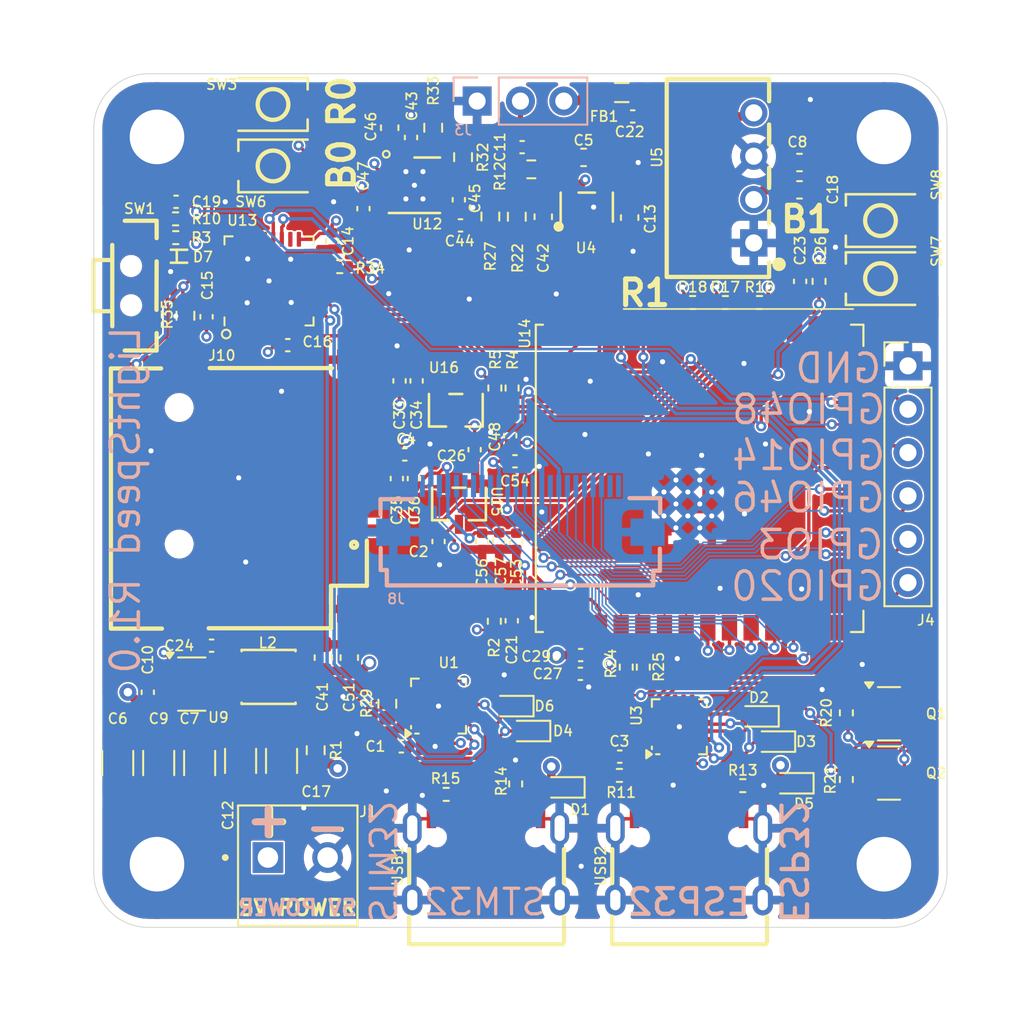
<source format=kicad_pcb>
(kicad_pcb (version 20241229) (generator "pcbnew") (generator_version "9.0")
  (layers (0 "F.Cu" signal) (4 "In1.Cu" mixed "GND.Cu") (6 "In2.Cu" power "PWR.Cu") (2 "B.Cu" signal) (13 "F.Paste" user) (15 "B.Paste" user) (5 "F.SilkS" user "F.Silkscreen") (7 "B.SilkS" user "B.Silkscreen") (1 "F.Mask" user) (3 "B.Mask" user) (25 "Edge.Cuts" user))
  (net 0 "")
  (net 1 "GND")
  (net 2 "/BOOT0")
  (net 3 "/VOUT")
  (net 4 "5V")
  (net 5 "Net-(C11-Pad1)")
  (net 6 "Net-(J3-Pin_2)")
  (net 7 "Net-(U4-+IN)")
  (net 8 "Net-(U4--IN)")
  (net 9 "Net-(U4-OUT)")
  (net 10 "Net-(U12-CT)")
  (net 11 "Net-(U12-MICIN)")
  (net 12 "Net-(U12-BIAS)")
  (net 13 "Net-(U12-CG)")
  (net 14 "Net-(U1-~{RTS})")
  (net 15 "Net-(Q1-B)")
  (net 17 "/RTS")
  (net 18 "Net-(Q2-B)")
  (net 19 "/DTR")
  (net 20 "CAM.RST")
  (net 21 "Net-(U12-MICBIAS)")
  (net 22 "Net-(U1-V3_{OUT})")
  (net 23 "Net-(U12-TH)")
  (net 24 "3V3")
  (net 25 "Net-(U9-SW)")
  (net 26 "Net-(U9-BST)")
  (net 28 "ESP_WAKEUP")
  (net 34 "Net-(U3-V3_{OUT})")
  (net 38 "UART0_TXD_ESP32")
  (net 39 "UART0_RXD_ESP32")
  (net 41 "STM_WAKEUP")
  (net 46 "Net-(J3-Pin_3)")
  (net 47 "Net-(USB1-CC2)")
  (net 48 "Net-(USB1-CC1)")
  (net 49 "SD_HOST_CMD")
  (net 50 "SD_HOST_CLK")
  (net 51 "SD_HOST_DATA")
  (net 52 "I2C_SCL")
  (net 53 "I2C_SDA")
  (net 54 "2V8")
  (net 55 "1V2")
  (net 56 "Net-(U13-PB0)")
  (net 58 "USART2_RX_STM32")
  (net 61 "USART2_TX_STM32")
  (net 70 "GPIO48")
  (net 71 "Net-(USB2-CC1)")
  (net 73 "Net-(USB2-CC2)")
  (net 76 "Net-(C12-Pad1)")
  (net 77 "GPIO14")
  (net 78 "USART1_TX_STM32_ESP32")
  (net 81 "USART1_RX_STM32_ESP32")
  (net 82 "GPIO3")
  (net 83 "GPIO46")
  (net 89 "Net-(U5-+Vo)")
  (net 91 "CAM.PCLK")
  (net 92 "CAM.PWDN")
  (net 93 "CAM.Y7")
  (net 94 "CAM.VSYNC")
  (net 95 "CAM.HREF")
  (net 96 "CAM.Y6")
  (net 97 "CAM.Y5")
  (net 98 "CAM.Y4")
  (net 99 "CAM.Y8")
  (net 100 "CAM.XCLK")
  (net 101 "CAM.Y3")
  (net 102 "CAM.Y2")
  (net 103 "CAM.Y9")
  (net 104 "Net-(D2-A2)")
  (net 105 "Net-(D3-A2)")
  (net 106 "Net-(D4-A2)")
  (net 107 "Net-(D6-A2)")
  (net 108 "CHIP_PU")
  (net 109 "GPIO0{slash}BOOT")
  (net 110 "unconnected-(U14-IO37-Pad30)")
  (net 113 "Net-(D7-Pad1)")
  (net 114 "BUTTON_WIFI")
  (net 116 "GPIO20")
  (net 117 "STM32_RESET")
  (footprint "XC6206P122MR_G:SOT-23_TOR" (layer "F.Cu") (at -2.785982 -5.768707 180)
    (property "Reference" "U16")
    (property "Value" "XC6206P122MR-G" (hide yes))
  )
  (footprint "Diode_SMD:D_SOD-523" (layer "F.Cu") (at 1.49 13.02 180)
    (property "Reference" "D4")
    (property "Value" "SOD-523_BSD5C051L" (hide yes))
  )
  (footprint "TS-1088-AR02016:SW-SMD_L3.9-W3.0-P4.45" (layer "F.Cu") (at 22.1 -13.48)
    (property "Reference" "SW7")
    (property "Value" "TS-1088-AR02016" (hide yes))
  )
  (footprint "Capacitor_SMD:C_0402_1005Metric" (layer "F.Cu") (at -17.396875 -11.245625 90)
    (property "Reference" "C15")
    (property "Value" "470nF" (hide yes))
  )
  (footprint "Diode_SMD:D_SOD-523" (layer "F.Cu") (at 0.51 11.56 180)
    (property "Reference" "D6")
    (property "Value" "SOD-523_BSD5C051L" (hide yes))
  )
  (footprint "XC6206P122MR_G:SOT-23_TOR" (layer "F.Cu") (at -2.6 -0.28 180)
    (property "Reference" "U15")
    (property "Value" "XC6206P282MR-G" (hide yes))
  )
  (footprint "Resistor_SMD:R_0603_1608Metric" (layer "F.Cu") (at 1.6375 -19.88 180)
    (property "Reference" "R12")
    (property "Value" "4K7" (hide yes))
  )
  (footprint "Resistor_SMD:R_0402_1005Metric" (layer "F.Cu") (at 14.03 16.22 180)
    (property "Reference" "R13")
    (property "Value" "5.1K" (hide yes))
  )
  (footprint "Capacitor_SMD:C_0402_1005Metric" (layer "F.Cu") (at 0.49 6.56 -90)
    (property "Reference" "C21")
    (property "Value" "10u_0402_CL05A105KA5NQNC" (hide yes))
  )
  (footprint "Capacitor_SMD:C_0402_1005Metric" (layer "F.Cu") (at -5.78 -3.18)
    (property "Reference" "C4")
    (property "Value" "0.1uF" (hide yes))
  )
  (footprint "Resistor_SMD:R_0402_1005Metric" (layer "F.Cu") (at 7.2 9.27708 90)
    (property "Reference" "R24")
    (property "Value" "10K" (hide yes))
  )
  (footprint "Capacitor_SMD:C_0603_1608Metric" (layer "F.Cu") (at -9.03 8.72 -90)
    (property "Reference" "C51")
    (property "Value" "22uF" (hide yes))
  )
  (footprint "LMP7731MF:SOT-23-5_L3.0-W1.7-P0.95-LS2.8-BL" (layer "F.Cu") (at 4.8875 -17.6675)
    (property "Reference" "U4")
    (property "Value" "LMP7731MF" (hide yes))
  )
  (footprint "Resistor_SMD:R_0402_1005Metric" (layer "F.Cu") (at 6.8001 15.62)
    (property "Reference" "R11")
    (property "Value" "5.1K" (hide yes))
  )
  (footprint "Resistor_SMD:R_0402_1005Metric" (layer "F.Cu") (at 0.72 16.12 -90)
    (property "Reference" "R14")
    (property "Value" "5.1K" (hide yes))
  )
  (footprint "Resistor_SMD:R_0603_1608Metric" (layer "F.Cu") (at -18.634375 -11.305 90)
    (property "Reference" "R35")
    (property "Value" "4K7" (hide yes))
  )
  (footprint "Resistor_SMD:R_0402_1005Metric" (layer "F.Cu") (at 15.01 -12.08 180)
    (property "Reference" "R16")
    (property "Value" "10K" (hide yes))
  )
  (footprint "Capacitor_SMD:C_0402_1005Metric" (layer "F.Cu") (at -20.84 10.75 90)
    (property "Reference" "C10")
    (property "Value" "10uF" (hide yes))
  )
  (footprint "Capacitor_SMD:C_1206_3216Metric" (layer "F.Cu") (at -13 14.77 -90)
    (property "Reference" "C17")
    (property "Value" "100uF" (hide yes))
  )
  (footprint "ESD9L3-3ST5G:SOD-923_L0.8-W0.6-LS1.0-RD" (layer "F.Cu") (at -19.01 -14.79)
    (property "Reference" "D7")
    (property "Value" "ESD9L3.3ST5G" (hide yes))
  )
  (footprint "Capacitor_SMD:C_0402_1005Metric" (layer "F.Cu") (at -5.98 13.92 180)
    (property "Reference" "C1")
    (property "Value" "0.1uF" (hide yes))
  )
  (footprint "Package_DFN_QFN:QFN-32-1EP_5x5mm_P0.5mm_EP3.45x3.45mm" (layer "F.Cu") (at -13.734375 -13.345625 90)
    (property "Reference" "U13")
    (property "Value" "STM32F301K8Ux" (hide yes))
  )
  (footprint "Package_TO_SOT_SMD:TSOT-23-6" (layer "F.Cu") (at -18.2625 10.27)
    (property "Reference" "U9")
    (property "Value" "AP63203WU" (hide yes))
  )
  (footprint "Capacitor_SMD:C_0402_1005Metric" (layer "F.Cu") (at -17.1 8.02)
    (property "Reference" "C24")
    (property "Value" "10uF" (hide yes))
  )
  (footprint "Resistor_SMD:R_0603_1608Metric" (layer "F.Cu") (at 0.7875 -17.105 90)
    (property "Reference" "R22")
    (property "Value" "620K" (hide yes))
  )
  (footprint "Capacitor_SMD:C_0402_1005Metric" (layer "F.Cu") (at -5.085982 -7.488707 90)
    (property "Reference" "C34")
    (property "Value" "0.1uF" (hide yes))
  )
  (footprint "Resistor_SMD:R_0402_1005Metric" (layer "F.Cu") (at 13.01 -12.08)
    (property "Reference" "R17")
    (property "Value" "10K" (hide yes))
  )
  (footprint "Capacitor_SMD:C_0402_1005Metric" (layer "F.Cu") (at -3.8 1.92 -90)
    (property "Reference" "C2")
    (property "Value" "10uF" (hide yes))
  )
  (footprint "Connector_PinHeader_2.54mm:PinHeader_1x06_P2.54mm_Vertical" (layer "F.Cu") (at 23.71 -8.37)
    (property "Reference" "J4")
    (property "Value" "Conn_01x06_Pin" (hide yes))
  )
  (footprint "Resistor_SMD:R_0402_1005Metric" (layer "F.Cu") (at 0.51 -7.07 90)
    (property "Reference" "R4")
    (property "Value" "10K" (hide yes))
  )
  (footprint "TS-1088-AR02016:SW-SMD_L3.9-W3.0-P4.45" (layer "F.Cu") (at 22.1 -16.88)
    (property "Reference" "SW8")
    (property "Value" "TS-1088-AR02016" (hide yes))
  )
  (footprint "1984617:PHOENIX_1984617" (layer "F.Cu") (at -15.55 24.43)
    (property "Reference" "J1")
    (property "Value" "1984617" (hide yes))
  )
  (footprint "Capacitor_SMD:C_0402_1005Metric" (layer "F.Cu") (at 17.39 -13.32 90)
    (property "Reference" "C23")
    (property "Value" "10u_0402_CL05A105KA5NQNC" (hide yes))
  )
  (footprint "Package_DFN_QFN:WCH_QFN-16-1EP_3x3mm_P0.5mm_EP1.8x1.8mm" (layer "F.Cu") (at -3.8 11.56 90)
    (property "Reference" "U1")
    (property "Value" "CH343P" (hide yes))
  )
  (footprint "Capacitor_SMD:C_0402_1005Metric" (layer "F.Cu") (at -5.4125 -21.7475 90)
    (property "Reference" "C43")
    (property "Value" "470nF" (hide yes))
  )
  (footprint "Capacitor_SMD:C_0402_1005Metric" (layer "F.Cu") (at -12.634375 -9.583125)
    (property "Reference" "C16")
    (property "Value" "470nF" (hide yes))
  )
  (footprint "Capacitor_SMD:C_1206_3216Metric" (layer "F.Cu") (at -15.4 14.77 -90)
    (property "Reference" "C12")
    (property "Value" "100uF" (hide yes))
  )
  (footprint "Capacitor_SMD:C_0603_1608Metric" (layer "F.Cu") (at 7.4 -17.055 90)
    (property "Reference" "C13")
    (property "Value" "22uF" (hide yes))
  )
  (footprint "Package_DFN_QFN:WCH_QFN-16-1EP_3x3mm_P0.5mm_EP1.8x1.8mm" (layer "F.Cu") (at 10.3126 12.77 90)
    (property "Reference" "U3")
    (property "Value" "CH343P" (hide yes))
  )
  (footprint "USB-C-LCSC_C2765186:USB-C-SMD_TYPE-C-6PIN-2MD-073" (layer "F.Cu") (at -1.02 20.54)
    (property "Reference" "USB1")
    (property "Value" "TYPE-C 16PIN 2MD(073)" (hide yes))
  )
  (footprint "Capacitor_SMD:C_0603_1608Metric" (layer "F.Cu") (at -10.549843 8.72 -90)
    (property "Reference" "C41")
    (property "Value" "22uF" (hide yes))
  )
  (footprint "Package_DFN_QFN:DFN-14-1EP_3x3mm_P0.4mm_EP1.78x2.35mm" (layer "F.Cu") (at -5.2125 -18.9475)
    (property "Reference" "U12")
    (property "Value" "MAX9814" (hide yes))
  )
  (footprint "Capacitor_SMD:C_0402_1005Metric" (layer "F.Cu") (at -5.244025 -1.768454 90)
    (property "Reference" "C36")
    (property "Value" "0.1uF" (hide yes))
  )
  (footprint "Capacitor_SMD:C_0402_1005Metric" (layer "F.Cu") (at -6.244025 -1.768454 90)
    (property "Reference" "C35")
    (property "Value" "10uF" (hide yes))
  )
  (footprint "Capacitor_SMD:C_0402_1005Metric" (layer "F.Cu") (at 0.4 -4.28 90)
    (property "Reference" "C48")
    (property "Value" "22p_0402_0402CG220J500NT" (hide yes))
  )
  (footprint "Capacitor_SMD:C_0402_1005Metric" (layer "F.Cu") (at -8.2 -17.58 -90)
    (property "Reference" "C47")
    (property "Value" "470nF" (hide yes))
  )
  (footprint "Capacitor_SMD:C_0603_1608Metric" (layer "F.Cu") (at -6.6625 -22.3175 90)
    (property "Reference" "C46")
    (property "Value" "2.2uF" (hide yes))
  )
  (footprint "Capacitor_SMD:C_1206_3216Metric" (layer "F.Cu") (at -20.2 14.895 -90)
    (property "Reference" "C9")
    (property "Value" "100uF" (hide yes))
  )
  (footprint "Diode_SMD:D_SOD-523" (layer "F.Cu") (at 3.5 16.32 180)
    (property "Reference" "D1")
    (property "Value" "SOD-523_BSD5C051L" (hide yes))
  )
  (footprint "Capacitor_SMD:C_0402_1005Metric" (layer "F.Cu") (at -6.085982 -7.488707 90)
    (property "Reference" "C33")
    (property "Value" "10uF" (hide yes))
  )
  (footprint "Resistor_SMD:R_0402_1005Metric" (layer "F.Cu") (at -19.2 -15.88 180)
    (property "Reference" "R3")
    (property "Value" "10K" (hide yes))
  )
  (footprint "Capacitor_SMD:C_0603_1608Metric" (layer "F.Cu") (at 4.7 -20.58)
    (property "Reference" "C5")
    (property "Value" "22uF" (hide yes))
  )
  (footprint "Resistor_SMD:R_0603_1608Metric" (layer "F.Cu") (at -0.7625 -17.1175 -90)
    (property "Reference" "R27")
    (property "Value" "4K7" (hide yes))
  )
  (footprint "Diode_SMD:D_SOD-523" (layer "F.Cu") (at 16.92 16.08 180)
    (property "Reference" "D5")
    (property "Value" "SOD-523_BSD5C051L" (hide yes))
  )
  (footprint "Resistor_SMD:R_0603_1608Metric" (layer "F.Cu") (at -11 14.145 90)
    (property "Reference" "R1")
    (property "Value" "0.5R" (hide yes))
  )
  (footprint "TS-1088-AR02016:SW-SMD_L3.9-W3.0-P4.45" (layer "F.Cu") (at -13.5 -20.08)
    (property "Reference" "SW6")
    (property "Value" "TS-1088-AR02016" (hide yes))
  )
  (footprint "Capacitor_SMD:C_0402_1005Metric" (layer "F.Cu") (at 4.51 9.67)
    (property "Reference" "C27")
    (property "Value" "10uF" (hide yes))
  )
  (footprint "Capacitor_SMD:C_0402_1005Metric" (layer "F.Cu") (at -10.034375 -15.683125 -90)
    (property "Reference" "C14")
    (property "Value" "470nF" (hide yes))
  )
  (footprint "Inductor_SMD:L_0805_2012Metric" (layer "F.Cu") (at 6.9375 -24.38 180)
    (property "Reference" "FB1")
    (property "Value" "Ferrite_Bead" (hide yes))
  )
  (footprint "Package_TO_SOT_SMD:SOT-23" (layer "F.Cu") (at 22.6 12.0075)
    (property "Reference" "Q1")
    (property "Value" "L8050QLT1G" (hide yes))
  )
  (footprint "C393941:TF-SMD_TF-PUSH" (layer "F.Cu") (at -13.3 -0.98 -90)
    (property "Reference" "J10")
    (property "Value" "TF PUSH" (hide yes))
  )
  (footprint "SWPA3015S3R3MT:IND-SMD_L3.0-W3.0_FNR30XXS" (layer "F.Cu") (at -13.76 9.85 180)
    (property "Reference" "L2")
    (property "Value" "L" (hide yes))
  )
  (footprint "Capacitor_SMD:C_0402_1005Metric" (layer "F.Cu") (at 0.754734 1.910024 -90)
    (property "Reference" "C53")
    (property "Value" "10u_0402_CL05A105KA5NQNC" (hide yes))
  )
  (footprint "Resistor_SMD:R_0402_1005Metric" (layer "F.Cu") (at -0.5 -7.07 -90)
    (property "Reference" "R5")
    (property "Value" "10K" (hide yes))
  )
  (footprint "Package_TO_SOT_SMD:SOT-23" (layer "F.Cu") (at 22.6 15.4825)
    (property "Reference" "Q2")
    (property "Value" "L8050QLT1G" (hide yes))
  )
  (footprint "B0505S-1W:PWRM-TH_BXXXXS-1W" (layer "F.Cu") (at 14.6725 -19.38 90)
    (property "Reference" "U5")
    (property "Value" "B0505S-1W_C512032" (hide yes))
  )
  (footprint "Capacitor_SMD:C_0402_1005Metric" (layer "F.Cu") (at 4.53 8.57)
    (property "Reference" "C29")
    (property "Value" "0.1uF" (hide yes))
  )
  (footprint "Resistor_SMD:R_0402_1005Metric" (layer "F.Cu") (at -9.59 -14.18)
    (property "Reference" "R34")
    (property "Value" "75" (hide yes))
  )
  (footprint "Capacitor_SMD:C_0402_1005Metric" (layer "F.Cu") (at 6.8201 14.52 180)
    (property "Reference" "C3")
    (property "Value" "0.1uF" (hide yes))
  )
  (footprint "Capacitor_SMD:C_0603_1608Metric" (layer "F.Cu") (at 17.355 -18.68)
    (property "Reference" "C18")
    (property "Value" "2.2uF" (hide yes))
  )
  (footprint "Capacitor_SMD:C_0603_1608Metric" (layer "F.Cu") (at 2.3375 -17.105 90)
    (property "Reference" "C42")
    (property "Value" "27pF" (hide yes))
  )
  (footprint "Capacitor_SMD:C_0402_1005Metric" (layer "F.Cu") (at -19.18 -17.98)
    (property "Reference" "C19")
    (property "Value" "0.1uF" (hide yes))
  )
  (footprint "Resistor_SMD:R_0402_1005Metric" (layer "F.Cu") (at -0.53 6.59 90)
    (property "Reference" "R2")
    (property "Value" "10K" (hide yes))
  )
  (footprint "Capacitor_SMD:C_0402_1005Metric" (layer "F.Cu") (at -1.245266 1.910024 90)
    (property "Reference" "C56")
    (property "Value" "10u_0402_CL05A105KA5NQNC" (hide yes))
  )
  (footprint "TS-1088-AR02016:SW-SMD_L3.9-W3.0-P4.45" (layer "F.Cu") (at -13.5 -23.68 180)
    (property "Reference" "SW3")
    (property "Value" "TS-1088-AR02016" (hide yes))
  )
  (footprint "Resistor_SMD:R_0402_1005Metric" (layer "F.Cu") (at 18.5 -13.32 -90)
    (property "Reference" "R26")
    (property "Value" "10K" (hide yes))
  )
  (footprint "ESP32_S3_WROOM_1U_N8R8:XCVR_ESP32-S3-WROOM-1U-N8R8" (layer "F.Cu") (at 11.5 -1.78 90)
    (property "Reference" "U14")
    (property "Value" "ESP32-S3-WROOM-1U-N8R8" (hide yes))
  )
  (footprint "Diode_SMD:D_SOD-523" (layer "F.Cu") (at 15.84 13.64 180)
    (property "Reference" "D3")
    (property "Value" "SOD-523_BSD5C051L" (hide yes))
  )
  (footprint "Diode_SMD:D_SOD-523" (layer "F.Cu") (at 14.876931 12.160588 180)
    (property "Reference" "D2")
    (property "Value" "SOD-523_BSD5C051L" (hide yes))
  )
  (footprint "Capacitor_SMD:C_0402_1005Metric" (layer "F.Cu") (at 0.68 -2.78 180)
    (property "Reference" "C54")
    (property "Value" "10u_0402_CL05A105KA5NQNC" (hide yes))
  )
  (footprint "Capacitor_SMD:C_0402_1005Metric" (layer "F.Cu") (at 7.58 -22.98 180)
    (property "Reference" "C22")
    (property "Value" "10uF" (hide yes))
  )
  (footprint "Capacitor_SMD:C_1206_3216Metric" (layer "F.Cu") (at -17.8 14.895 -90)
    (property "Reference" "C7")
    (property "Value" "100uF" (hide yes))
  )
  (footprint "TS36CA:SW-SMD_TS36CA" (layer "F.Cu") (at -21.8 -13.07 -90)
    (property "Reference" "SW1")
    (property "Value" "TS36CA-0.7" (hide yes))
  )
  (footprint "Capacitor_SMD:C_0603_1608Metric" (layer "F.Cu") (at 17.355 -20.28)
    (property "Reference" "C8")
    (property "Value" "2.2uF" (hide yes))
  )
  (footprint "Resistor_SMD:R_0603_1608Metric" (layer "F.Cu") (at -4.1125 -22.3175 90)
    (property "Reference" "R33")
    (property "Value" "130K" (hide yes))
  )
  (footprint "Capacitor_SMD:C_0402_1005Metric" (layer "F.Cu") (at -2.6125 -18.0975 -90)
    (property "Reference" "C45")
    (property "Value" "470nF" (hide yes))
  )
  (footprint "Capacitor_SMD:C_0402_1005Metric" (layer "F.Cu") (at 1.1 -21.18 180)
    (property "Reference" "C11")
    (property "Value" "470nF" (hide yes))
  )
  (footprint "Resistor_SMD:R_0402_1005Metric" (layer "F.Cu") (at 20.1 11.9575 90)
    (property "Reference" "R20")
    (property "Value" "10K" (hide yes))
  )
  (footprint "Capacitor_SMD:C_0402_1005Metric" (layer "F.Cu") (at -1.685982 -3.46 -90)
    (property "Reference" "C26")
    (property "Value" "10uF" (hide yes))
  )
  (footprint "Resistor_SMD:R_0603_1608Metric" (layer "F.Cu") (at -2.3625 -20.5925 -90)
    (property "Reference" "R32")
    (property "Value" "130K" (hide yes))
  )
  (footprint "Resistor_SMD:R_0603_1608Metric" (layer "F.Cu") (at -6.8 11.42 90)
    (property "Reference" "R29")
    (property "Value" "1K" (hide yes))
  )
  (footprint "Capacitor_SMD:C_0402_1005Metric" (layer "F.Cu") (at -2.5125 -16.5975)
    (property "Reference" "C44")
    (property "Value" "470nF" (hide yes))
  )
  (footprint "Resistor_SMD:R_0402_1005Metric" (layer "F.Cu") (at 11.09 -12.08)
    (property "Reference" "R18")
    (property "Value" "10K" (hide yes))
  )
  (footprint "Resistor_SMD:R_0402_1005Metric" (layer "F.Cu") (at 20.1 15.8575 -90)
    (property "Reference" "R21")
    (property "Value" "10K" (hide yes))
  )
  (footprint "USB-C-LCSC_C2765186:USB-C-SMD_TYPE-C-6PIN-2MD-073" (layer "F.Cu") (at 10.8801 20.54)
    (property "Reference" "USB2")
    (property "Value" "TYPE-C 16PIN 2MD(073)" (hide yes))
  )
  (footprint "Resistor_SMD:R_0402_1005Metric" (layer "F.Cu") (at 8.2 9.27708 90)
    (property "Reference" "R25")
    (property "Value" "10K" (hide yes))
  )
  (footprint "Resistor_SMD:R_0402_1005Metric" (layer "F.Cu") (at -3.35 16.73)
    (property "Reference" "R15")
    (property "Value" "5.1K" (hide yes))
  )
  (footprint "Capacitor_SMD:C_0402_1005Metric" (layer "F.Cu") (at -0.245266 1.890024 90)
    (property "Reference" "C57")
    (property "Value" "10u_0402_CL05A105KA5NQNC" (hide yes))
  )
  (footprint "Resistor_SMD:R_0402_1005Metric" (layer "F.Cu") (at -19.21 -16.98)
    (property "Reference" "R10")
    (property "Value" "5.1K" (hide yes))
  )
  (footprint "Capacitor_SMD:C_1206_3216Metric" (layer "F.Cu") (at -22.6 14.895 -90)
    (property "Reference" "C6")
    (property "Value" "100uF" (hide yes))
  )
  (footprint "AFC01-S24FCC-00:FPC-SMD_P0.5-24P_FGS-XJ-H2.0" (layer "B.Cu") (at 1 0.02)
    (property "Reference" "J8")
    (property "Value" "AFC01-S24FCC-00" (hide yes))
  )
  (footprint "Connector_PinHeader_2.54mm:PinHeader_1x03_P2.54mm_Vertical" (layer "B.Cu") (at -1.54 -23.88 -90)
    (property "Reference" "J3")
    (property "Value" "Conn_01x03_Female" (hide yes))
  )
  (gr_circle (center -6.8625 -20.7675) (end -6.6625 -20.7675) (stroke (width 0.12)) (fill no) (layer "F.SilkS"))
  (gr_line (start 20.5 -11.7) (end 7.05 -11.7) (stroke (width 0.1)) (layer "F.SilkS"))
  (gr_circle (center -16.244375 -10.233125) (end -15.994375 -10.183125) (stroke (width 0.12)) (fill no) (layer "F.SilkS"))
  (gr_line (start 22.8 -25.48) (end -20.8 -25.48) (stroke (width 0.05)) (layer "Edge.Cuts"))
  (gr_arc (start -24 -22.28) (mid -23.062742 -24.542742) (end -20.8 -25.48) (stroke (width 0.05)) (layer "Edge.Cuts"))
  (gr_line (start -20.8 24.52) (end 22.8 24.52) (stroke (width 0.05)) (layer "Edge.Cuts"))
  (gr_arc (start 26 21.32) (mid 25.062742 23.582742) (end 22.8 24.52) (stroke (width 0.05)) (layer "Edge.Cuts"))
  (gr_arc (start 22.8 -25.48) (mid 25.062742 -24.542742) (end 26 -22.28) (stroke (width 0.05)) (layer "Edge.Cuts"))
  (gr_line (start 26 21.32) (end 26 -22.28) (stroke (width 0.05)) (layer "Edge.Cuts"))
  (gr_arc (start -20.8 24.52) (mid -23.062742 23.582742) (end -24 21.32) (stroke (width 0.05)) (layer "Edge.Cuts"))
  (gr_line (start -24 -22.28) (end -24 21.32) (stroke (width 0.05)) (layer "Edge.Cuts"))
  (gr_text "R0" (at -8.6 -22.18 90) (layer "F.SilkS") (effects (font (size 1.5 1.5) (thickness 0.3) (bold yes)) (justify left bottom)))
  (gr_text "B0" (at -8.6 -18.48 90) (layer "F.SilkS") (effects (font (size 1.5 1.5) (thickness 0.3) (bold yes)) (justify left bottom)))
  (gr_text "5V POWER" (at -15.61 23.9 0) (layer "F.SilkS") (effects (font (size 0.9 0.9) (thickness 0.184) (bold yes)) (justify left bottom)))
  (gr_text "+" (at -15.19 19.36 0) (layer "F.SilkS") (effects (font (size 2 2) (thickness 0.4) (bold yes)) (justify left bottom)))
  (gr_text "B1" (at 16.1 -16.08 0) (layer "F.SilkS") (effects (font (size 1.5 1.5) (thickness 0.3) (bold yes)) (justify left bottom)))
  (gr_text "R1" (at 6.61 -11.76 0) (layer "F.SilkS") (effects (font (size 1.5 1.5) (thickness 0.3) (bold yes)) (justify left bottom)))
  (gr_text "-" (at -11.7 19.8 0) (layer "F.SilkS") (effects (font (size 2 2) (thickness 0.3048)) (justify left bottom)))
  (gr_text "-" (at -8.92 19.78 0) (layer "B.SilkS") (effects (font (size 2 2) (thickness 0.3048)) (justify left bottom mirror)))
  (gr_text "GPIO20" (at 17.83 4.54 0) (layer "B.SilkS") (effects (font (size 1.656 1.656) (thickness 0.207)) (justify mirror)))
  (gr_text "ESP32" (at 16.1 24.41 270) (layer "B.SilkS") (effects (font (size 1.5 1.5) (thickness 0.25)) (justify left bottom mirror)))
  (gr_text "GND" (at 19.63 -8.22 0) (layer "B.SilkS") (effects (font (size 1.656 1.656) (thickness 0.207)) (justify mirror)))
  (gr_text "5V POWER" (at -8.51 23.9 0) (layer "B.SilkS") (effects (font (size 0.9 0.9) (thickness 0.184) (bold yes)) (justify left bottom mirror)))
  (gr_text "GPIO3" (at 18.57 2.11 0) (layer "B.SilkS") (effects (font (size 1.656 1.656) (thickness 0.207)) (justify mirror)))
  (gr_text "GPIO14" (at 17.89 -3.12 0) (layer "B.SilkS") (effects (font (size 1.656 1.656) (thickness 0.207)) (justify mirror)))
  (gr_text "STM32" (at -8 24.36 270) (layer "B.SilkS") (effects (font (size 1.5 1.5) (thickness 0.1875)) (justify left bottom mirror)))
  (gr_text "STM32" (at 2.6 23.92 0) (layer "B.SilkS") (effects (font (size 1.5 1.5) (thickness 0.1875)) (justify left bottom mirror)))
  (gr_text "GPIO48" (at 17.89 -5.81 0) (layer "B.SilkS") (effects (font (size 1.656 1.656) (thickness 0.207)) (justify mirror)))
  (gr_text "GPIO46" (at 17.86 -0.64 0) (layer "B.SilkS") (effects (font (size 1.656 1.656) (thickness 0.207)) (justify mirror)))
  (gr_text "LightSpeed R1.0" (at -22.15 -0.51 90) (layer "B.SilkS") (effects (font (size 1.656 1.656) (thickness 0.207)) (justify mirror)))
  (gr_text "ESP32" (at 14.6 23.92 0) (layer "B.SilkS") (effects (font (size 1.5 1.5) (thickness 0.25)) (justify left bottom mirror)))
  (gr_text "+" (at -12.29 19.37 0) (layer "B.SilkS") (effects (font (size 2 2) (thickness 0.4) (bold yes)) (justify left bottom mirror)))
  (segment (start -4.05 13.0475) (end -4.05 13.87) (width 0.2) (layer "F.Cu") (net 1))
  (segment (start 12.21 -0.28) (end 11.759 -0.731) (width 0.2) (layer "F.Cu") (net 1))
  (segment (start -17.8425 -11.28) (end -19.2 -11.28) (width 0.2) (layer "F.Cu") (net 1))
  (segment (start -12.278749 16.921315) (end -12.830064 16.37) (width 0.2) (layer "F.Cu") (net 1))
  (segment (start -4.91 -3.18) (end -4.3 -3.79) (width 0.2) (layer "F.Cu") (net 1))
  (segment (start 22.3 -21.78) (end 22.5 -21.98) (width 0.2) (layer "F.Cu") (net 1))
  (segment (start -4.05 13.0475) (end -4.05 11.81) (width 0.2) (layer "F.Cu") (net 1))
  (segment (start -5.4375 -23.0925) (end -5.4125 -23.0675) (width 0.5) (layer "F.Cu") (net 1))
  (segment (start 7.1101 18.16) (end 6.5601 18.71) (width 0.2) (layer "F.Cu") (net 1))
  (segment (start 11.759 -1.229) (end 12.21 -1.68) (width 0.2) (layer "F.Cu") (net 1))
  (segment (start 14.55 16.21) (end 14.54 16.22) (width 0.2) (layer "F.Cu") (net 1))
  (segment (start -12.85 16.37) (end -11.7 17.52) (width 0.5) (layer "F.Cu") (net 1))
  (segment (start 15.26 16.21) (end 14.55 16.21) (width 0.2) (layer "F.Cu") (net 1))
  (segment (start -12.984375 -10.908125) (end -12.984375 -12.595625) (width 0.2) (layer "F.Cu") (net 1))
  (segment (start 2.75 18.16) (end 3.3 18.71) (width 0.2) (layer "F.Cu") (net 1))
  (segment (start -3.74 3.28) (end -3.74 2.98) (width 0.2) (layer "F.Cu") (net 1))
  (segment (start 0.49 7.04) (end 0.49 9.29) (width 0.15) (layer "F.Cu") (net 1))
  (segment (start -13 16.37) (end -15.4 16.37) (width 0.5) (layer "F.Cu") (net 1))
  (segment (start -3.7375 -18.1475) (end -4.4125 -18.1475) (width 0.2) (layer "F.Cu") (net 1))
  (segment (start -3.74 2.98) (end -3.826025 2.893975) (width 0.2) (layer "F.Cu") (net 1))
  (segment (start -5.244025 -3.124025) (end -5.3 -3.18) (width 0.2) (layer "F.Cu") (net 1))
  (segment (start -18.66 -14.56) (end -18.66 -14.78) (width 0.2) (layer "F.Cu") (net 1))
  (segment (start -11.769577 -15.044625) (end -12.035375 -15.044625) (width 0.2) (layer "F.Cu") (net 1))
  (segment (start -20.380064 16.37) (end -21.975 16.37) (width 0.2) (layer "F.Cu") (net 1))
  (segment (start -15.821875 -11.595625) (end -15.771875 -11.645625) (width 0.2) (layer "F.Cu") (net 1))
  (segment (start 0.72 15.61) (end 0.72 14.73) (width 0.2) (layer "F.Cu") (net 1))
  (segment (start 11.759 -0.731) (end 11.759 -1.229) (width 0.2) (layer "F.Cu") (net 1))
  (segment (start -3.826025 2.893975) (end -3.826025 2.4) (width 0.2) (layer "F.Cu") (net 1))
  (segment (start -15.771875 -11.645625) (end -15.434375 -11.645625) (width 0.2) (layer "F.Cu") (net 1))
  (segment (start -19.5 -13.89) (end -19.33 -13.89) (width 0.2) (layer "F.Cu") (net 1))
  (segment (start -13 16.37) (end -12.85 16.37) (width 0.5) (layer "F.Cu") (net 1))
  (segment (start -19.377434 16.37) (end -19.878749 16.871315) (width 0.2) (layer "F.Cu") (net 1))
  (segment (start -5.244025 -2.248454) (end -5.244025 -3.124025) (width 0.2) (layer "F.Cu") (net 1))
  (segment (start -4.22 18.16) (end -4.79 18.16) (width 0.2) (layer "F.Cu") (net 1))
  (segment (start -5.3 -3.18) (end -4.91 -3.18) (width 0.2) (layer "F.Cu") (net 1))
  (segment (start -3.7375 -18.5475) (end -4.8125 -18.5475) (width 0.2) (layer "F.Cu") (net 1))
  (segment (start -11.296875 -15.095625) (end -10.141875 -15.095625) (width 0.25) (layer "F.Cu") (net 1))
  (segment (start -12.035375 -15.044625) (end -12.465625 -14.614375) (width 0.2) (layer "F.Cu") (net 1))
  (segment (start -12.2 17.02) (end -12.2 17.000064) (width 0.2) (layer "F.Cu") (net 1))
  (segment (start 11.759 0.171) (end 12.21 -0.28) (width 0.2) (layer "F.Cu") (net 1))
  (segment (start -20.2 16.37) (end -22.6 16.37) (width 0.5) (layer "F.Cu") (net 1))
  (segment (start 0.49 9.29) (end 0.05 9.73) (width 0.15) (layer "F.Cu") (net 1))
  (segment (start -12.984375 -10.383125) (end -12.179375 -9.578125) (width 0.25) (layer "F.Cu") (net 1))
  (segment (start 10.0626 14.2575) (end 10.0626 13.02) (width 0.2) (layer "F.Cu") (net 1))
  (segment (start -11.7 17.52) (end -12.2 17.02) (width 0.2) (layer "F.Cu") (net 1))
  (segment (start -18.6 -23.88) (end -20.5 -21.98) (width 0.2) (layer "F.Cu") (net 1))
  (segment (start -18.634375 -10.714375) (end -19.2 -11.28) (width 0.2) (layer "F.Cu") (net 1))
  (segment (start -11.718577 -15.095625) (end -11.769577 -15.044625) (width 0.2) (layer "F.Cu") (net 1))
  (segment (start 2.18 18.16) (end 2.75 18.16) (width 0.2) (layer "F.Cu") (net 1))
  (segment (start 11.261 0.171) (end 11.759 0.171) (width 0.2) (layer "F.Cu") (net 1))
  (segment (start -6.244025 -2.248454) (end -5.244025 -2.248454) (width 0.2) (layer "F.Cu") (net 1))
  (segment (start -17.396875 -11.725625) (end -17.8425 -11.28) (width 0.2) (layer "F.Cu") (net 1))
  (segment (start -11.296875 -15.095625) (end -11.718577 -15.095625) (width 0.2) (layer "F.Cu") (net 1))
  (segment (start -15.4 16.37) (end -17.8 16.37) (width 0.5) (layer "F.Cu") (net 1))
  (segment (start 7.6801 18.16) (end 7.1101 18.16) (width 0.2) (layer "F.Cu") (net 1))
  (segment (start -15.434375 -11.645625) (end -15.015625 -12.064375) (width 0.2) (layer "F.Cu") (net 1))
  (segment (start -4.75 16.79) (end -4.69 16.73) (width 0.2) (layer "F.Cu") (net 1))
  (segment (start -4.79 18.16) (end -5.34 18.71) (width 0.2) (layer "F.Cu") (net 1))
  (segment (start -3.7375 -18.9475) (end -5.2125 -18.9475) (width 0.2) (layer "F.Cu") (net 1))
  (segment (start -19.33 -13.89) (end -18.66 -14.56) (width 0.2) (layer "F.Cu") (net 1))
  (segment (start -16.171875 -11.595625) (end -15.821875 -11.595625) (width 0.2) (layer "F.Cu") (net 1))
  (segment (start 14.6501 18.16) (end 15.2001 18.71) (width 0.2) (layer "F.Cu") (net 1))
  (segment (start -15.305064 16.37) (end -19.377434 16.37) (width 0.2) (layer "F.Cu") (net 1))
  (segment (start 14.0801 18.16) (end 14.6501 18.16) (width 0.2) (layer "F.Cu") (net 1))
  (segment (start -6.6875 -17.7475) (end -6.1125 -17.7475) (width 0.2) (layer "F.Cu") (net 1))
  (segment (start -17.8 16.37) (end -20.2 16.37) (width 0.5) (layer "F.Cu") (net 1))
  (segment (start 10.81 -0.28) (end 11.261 0.171) (width 0.2) (layer "F.Cu") (net 1))
  (segment (start -4.4125 -18.1475) (end -5.2125 -18.9475) (width 0.2) (layer "F.Cu") (net 1))
  (segment (start -6.6875 -18.9475) (end -5.2125 -18.9475) (width 0.2) (layer "F.Cu") (net 1))
  (segment (start 0.72 14.73) (end 0.71 14.72) (width 0.2) (layer "F.Cu") (net 1))
  (segment (start -16.171875 -11.595625) (end -17.316875 -11.595625) (width 0.25) (layer "F.Cu") (net 1))
  (segment (start -12.984375 -10.908125) (end -12.984375 -10.383125) (width 0.25) (layer "F.Cu") (net 1))
  (segment (start -6.1125 -17.7475) (end -5.7125 -18.1475) (width 0.2) (layer "F.Cu") (net 1))
  (segment (start -4.05 13.87) (end -4 13.92) (width 0.2) (layer "F.Cu") (net 1))
  (segment (start -4.69 16.73) (end -3.86 16.73) (width 0.2) (layer "F.Cu") (net 1))
  (via (at -5.2125 -18.9475) (size 0.7) (drill 0.3) (layers "F.Cu" "B.Cu") (net 1))
  (via (at 11.62 -3.13) (size 0.6) (drill 0.3) (layers "F.Cu" "B.Cu") (net 1))
  (via (at -16.3 -17.98) (size 0.6) (drill 0.3) (layers "F.Cu" "B.Cu") (net 1))
  (via (at 19.46 -15.32) (size 0.6) (drill 0.3) (layers "F.Cu" "B.Cu") (net 1))
  (via (at -4.7125 -19.7475) (size 0.7) (drill 0.3) (layers "F.Cu" "B.Cu") (net 1))
  (via (at 5.09 -7.47) (size 0.6) (drill 0.3) (layers "F.Cu" "B.Cu") (net 1))
  (via (at -3.8 11.56) (size 0.6) (drill 0.3) (layers "F.Cu" "B.Cu") (net 1))
  (via (at -4 13.92) (size 0.6) (drill 0.3) (layers "F.Cu" "B.Cu") (net 1))
  (via (at 5.2875 -17.6675) (size 0.7) (drill 0.3) (layers "F.Cu" "B.Cu") (net 1))
  (via (at -6.86 16.53) (size 0.6) (drill 0.3) (layers "F.Cu" "B.Cu") (net 1))
  (via (at 17.93 -5.69) (size 0.6) (drill 0.3) (layers "F.Cu" "B.Cu") (net 1))
  (via (at -9.95 -17.98) (size 0.6) (drill 0.3) (layers "F.Cu" "B.Cu") (net 1))
  (via (at 21.03 9.12) (size 0.6) (drill 0.3) (layers "F.Cu" "B.Cu") (net 1))
  (via (at -4.75 16.79) (size 0.6) (drill 0.3) (layers "F.Cu" "B.Cu") (net 1))
  (via (at -20.65 -3.39) (size 0.6) (drill 0.3) (layers "F.Cu" "B.Cu") (net 1))
  (via (at 22.3 20.82) (size 6.4) (drill 3.2) (layers "F.Cu" "B.Cu") (net 1))
  (via (at 15.36 -3.79) (size 0.6) (drill 0.3) (layers "F.Cu" "B.Cu") (net 1))
  (via (at 9.95 16.19) (size 0.6) (drill 0.3) (layers "F.Cu" "B.Cu") (net 1))
  (via (at 7.6 -15.08) (size 0.6) (drill 0.3) (layers "F.Cu" "B.Cu") (net 1))
  (via (at -5.7125 -18.1475) (size 0.7) (drill 0.3) (layers "F.Cu" "B.Cu") (net 1))
  (via (at -20.3 20.82) (size 6.4) (drill 3.2) (layers "F.Cu" "B.Cu") (net 1))
  (via (at -5.7125 -19.7475) (size 0.7) (drill 0.3) (layers "F.Cu" "B.Cu") (net 1))
  (via (at -5.4125 -23.0675) (size 0.7) (drill 0.3) (layers "F.Cu" "B.Cu") (net 1))
  (via (at -13.734375 -13.345625) (size 0.7) (drill 0.3) (layers "F.Cu" "B.Cu") (net 1))
  (via (at 7.9 5.04) (size 0.6) (drill 0.3) (layers "F.Cu" "B.Cu") (net 1))
  (via (at -20.3 -21.78) (size 6.4) (drill 3.2) (layers "F.Cu" "B.Cu") (net 1))
  (via (at -15.51 -1.81) (size 0.6) (drill 0.3) (layers "F.Cu" "B.Cu") (net 1))
  (via (at 2.25 0.19) (size 0.6) (drill 0.3) (layers "F.Cu" "B.Cu") (net 1))
  (via (at 0.05 9.73) (size 0.6) (drill 0.3) (layers "F.Cu" "B.Cu") (net 1))
  (via (at -15.015625 -12.064375) (size 0.7) (drill 0.3) (layers "F.Cu" "B.Cu") (net 1))
  (via (at 22.3 -21.78) (size 6.4) (drill 3.2) (layers "F.Cu" "B.Cu") (net 1))
  (via (at 1.33 -7.58) (size 0.6) (drill 0.3) (layers "F.Cu" "B.Cu") (net 1))
  (via (at -12.434375 -12.083125) (size 0.7) (drill 0.3) (layers "F.Cu" "B.Cu") (net 1))
  (via (at -15.1 3.12) (size 0.6) (drill 0.3) (layers "F.Cu" "B.Cu") (net 1))
  (via (at -3.74 3.28) (size 0.6) (drill 0.3) (layers "F.Cu" "B.Cu") (net 1))
  (via (at -19.5 -13.89) (size 0.6) (drill 0.3) (layers "F.Cu" "B.Cu") (net 1))
  (via (at -4.7125 -18.1475) (size 0.7) (drill 0.3) (layers "F.Cu" "B.Cu") (net 1))
  (via (at -8.58 13.17) (size 0.6) (drill 0.3) (layers "F.Cu" "B.Cu") (net 1))
  (via (at -1.7875 -17.6475) (size 0.7) (drill 0.3) (layers "F.Cu" "B.Cu") (net 1))
  (via (at 18.68 10.59) (size 0.6) (drill 0.3) (layers "F.Cu" "B.Cu") (net 1))
  (via (at -14.984375 -14.633125) (size 0.7) (drill 0.3) (layers "F.Cu" "B.Cu") (net 1))
  (via (at 14.13 0.3) (size 0.6) (drill 0.3) (layers "F.Cu" "B.Cu") (net 1))
  (via (at 9.33 -8.61) (size 0.6) (drill 0.3) (layers "F.Cu" "B.Cu") (net 1))
  (via (at -2 -12.28) (size 0.6) (drill 0.3) (layers "F.Cu" "B.Cu") (net 1))
  (via (at 17.48 4.7) (size 0.6) (drill 0.3) (layers "F.Cu" "B.Cu") (net 1))
  (via (at 4.78 -4.35) (size 0.6) (drill 0.3) (layers "F.Cu" "B.Cu") (net 1))
  (via (at -19.2 -11.28) (size 0.6) (drill 0.3) (layers "F.Cu" "B.Cu") (net 1))
  (via (at 10.19 8.78) (size 0.6) (drill 0.3) (layers "F.Cu" "B.Cu") (net 1))
  (via (at -0.75 -4.48) (size 0.6) (drill 0.3) (layers "F.Cu" "B.Cu") (net 1))
  (via (at 14.1 -8.51) (size 0.6) (drill 0.3) (layers "F.Cu" "B.Cu") (net 1))
  (via (at 17.99 -23.97) (size 0.6) (drill 0.3) (layers "F.Cu" "B.Cu") (net 1))
  (via (at 8.5 -3.21) (size 0.6) (drill 0.3) (layers "F.Cu" "B.Cu") (net 1))
  (via (at 1.68 6.37) (size 0.6) (drill 0.3) (layers "F.Cu" "B.Cu") (net 1))
  (via (at 12.7 4.66) (size 0.6) (drill 0.3) (layers "F.Cu" "B.Cu") (net 1))
  (via (at 5 10.44) (size 0.6) (drill 0.3) (layers "F.Cu" "B.Cu") (net 1))
  (via (at 15.26 16.21) (size 0.6) (drill 0.3) (layers "F.Cu" "B.Cu") (net 1))
  (via (at 0.71 14.72) (size 0.6) (drill 0.3) (layers "F.Cu" "B.Cu") (net 1))
  (via (at -13 -6.88) (size 0.6) (drill 0.3) (layers "F.Cu" "B.Cu") (net 1))
  (via (at -6.23 -9.54) (size 0.6) (drill 0.3) (layers "F.Cu" "B.Cu") (net 1))
  (via (at -12.465625 -14.614375) (size 0.7) (drill 0.3) (layers "F.Cu" "B.Cu") (net 1))
  (via (at 3.1 -12.58) (size 0.6) (drill 0.3) (layers "F.Cu" "B.Cu") (net 1))
  (via (at 7.9 -20.28) (size 0.6) (drill 0.3) (layers "F.Cu" "B.Cu") (net 1))
  (via (at -11.7 17.52) (size 0.6) (drill 0.3) (layers "F.Cu" "B.Cu") (net 1))
  (via (at 2.1 -2.48) (size 0.6) (drill 0.3) (layers "F.Cu" "B.Cu") (net 1))
  (via (at -6.72 -12.6) (size 0.6) (drill 0.3) (layers "F.Cu" "B.Cu") (net 1))
  (via (at -4.3 -3.79) (size 0.6) (drill 0.3) (layers "F.Cu" "B.Cu") (net 1))
  (via (at 10.3126 12.77) (size 0.6) (drill 0.3) (layers "F.Cu" "B.Cu") (net 1))
  (via (at -9.4 11.01) (size 0.6) (drill 0.3) (layers "F.Cu" "B.Cu") (net 1))
  (via (at -5.52 -15.16) (size 0.6) (drill 0.3) (layers "F.Cu" "B.Cu") (net 1))
  (via (at 4.56 20.94) (size 0.6) (drill 0.3) (layers "F.Cu" "B.Cu") (net 1))
  (segment (start 2.25 -1.25) (end 2.25 -2.33) (width 0.1) (layer "B.Cu") (net 1))
  (segment (start 2.25 -2.33) (end 2.1 -2.48) (width 0.1) (layer "B.Cu") (net 1))
  (segment (start -18.75 -13.03) (end -18.784375 -12.995625) (width 0.2) (layer "F.Cu") (net 2))
  (segment (start -21.5 -8.48) (end -22.174322 -8.48) (width 0.2) (layer "F.Cu") (net 2))
  (segment (start -22.174322 -8.48) (end -23.099 -7.555322) (width 0.2) (layer "F.Cu") (net 2))
  (segment (start -17.034375 -12.283125) (end -17.794375 -12.283125) (width 0.2) (layer "F.Cu") (net 2))
  (segment (start -9.42 12.12) (end -7.12 9.82) (width 0.2) (layer "F.Cu") (net 2))
  (segment (start -17.1 -14.68) (end -17.1 -18.48) (width 0.2) (layer "F.Cu") (net 2))
  (segment (start -16.846875 -12.095625) (end -17.034375 -12.283125) (width 0.2) (layer "F.Cu") (net 2))
  (segment (start -23.099 10.641) (end -21.62 12.12) (width 0.2) (layer "F.Cu") (net 2))
  (segment (start -21.62 12.12) (end -9.42 12.12) (width 0.2) (layer "F.Cu") (net 2))
  (segment (start -17.1 -18.48) (end -16.18 -19.4) (width 0.2) (layer "F.Cu") (net 2))
  (segment (start -23.099 -7.555322) (end -23.099 10.641) (width 0.2) (layer "F.Cu") (net 2))
  (segment (start -7.12 9.82) (end -4.8025 9.82) (width 0.2) (layer "F.Cu") (net 2))
  (segment (start -17.794375 -12.283125) (end -17.9475 -12.13) (width 0.2) (layer "F.Cu") (net 2))
  (segment (start -16.18 -19.4) (end -16.18 -20.08) (width 0.2) (layer "F.Cu") (net 2))
  (segment (start -18.784375 -12.995625) (end -18.784375 -11.98) (width 0.2) (layer "F.Cu") (net 2))
  (segment (start -18.75 -13.03) (end -17.1 -14.68) (width 0.2) (layer "F.Cu") (net 2))
  (segment (start -17.9475 -12.13) (end -18.634375 -12.13) (width 0.2) (layer "F.Cu") (net 2))
  (segment (start -16.171875 -12.095625) (end -16.846875 -12.095625) (width 0.2) (layer "F.Cu") (net 2))
  (segment (start -4.8025 9.82) (end -4.55 10.0725) (width 0.2) (layer "F.Cu") (net 2))
  (via (at -18.75 -13.03) (size 0.6) (drill 0.3) (layers "F.Cu" "B.Cu") (net 2))
  (via (at -21.5 -8.48) (size 0.6) (drill 0.3) (layers "F.Cu" "B.Cu") (net 2))
  (segment (start -18.75 -13.03) (end -19.8 -11.98) (width 0.2) (layer "B.Cu") (net 2))
  (segment (start -19.8 -10.18) (end -21.5 -8.48) (width 0.2) (layer "B.Cu") (net 2))
  (segment (start -19.8 -11.98) (end -19.8 -10.18) (width 0.2) (layer "B.Cu") (net 2))
  (segment (start -7.211771 -18.1475) (end -7.5 -17.859271) (width 0.2) (layer "F.Cu") (net 3))
  (segment (start -6.6875 -18.1475) (end -7.211771 -18.1475) (width 0.2) (layer "F.Cu") (net 3))
  (segment (start -8.5 -14.18) (end -9.08 -14.18) (width 0.2) (layer "F.Cu") (net 3))
  (segment (start -7.5 -17.859271) (end -7.5 -15.18) (width 0.2) (layer "F.Cu") (net 3))
  (segment (start -7.5 -15.18) (end -8.5 -14.18) (width 0.2) (layer "F.Cu") (net 3))
  (segment (start -3.55 13.468824) (end -3.282824 13.736) (width 0.2) (layer "F.Cu") (net 4))
  (segment (start 15.81 17.08) (end 16.25 16.64) (width 0.5) (layer "F.Cu") (net 4))
  (segment (start 13.2801 18.738636) (end 13.2801 18.16) (width 0.2) (layer "F.Cu") (net 4))
  (segment (start 16.56 -18.66) (end 15.2225 -18.66) (width 0.5) (layer "F.Cu") (net 4))
  (segment (start -3.282824 13.736) (end -2.516 13.736) (width 0.2) (layer "F.Cu") (net 4))
  (segment (start 16.207621 16.121) (end 16.199 16.121) (width 0.2) (layer "F.Cu") (net 4))
  (segment (start -2.716926 19.371) (end 0.676926 19.371) (width 0.3) (layer "F.Cu") (net 4))
  (segment (start 12.577026 19.371) (end 9.251 19.371) (width 0.3) (layer "F.Cu") (net 4))
  (segment (start -20.740493 11.23) (end -20.84 11.23) (width 0.5) (layer "F.Cu") (net 4))
  (segment (start -9.71 15.21) (end -9.95 14.97) (width 0.5) (layer "F.Cu") (net 4))
  (segment (start 16.25 16.64) (end 16.25 16.11) (width 0.5) (layer "F.Cu") (net 4))
  (segment (start 8.4801 18.16) (end 8.4801 18.7) (width 0.2) (layer "F.Cu") (net 4))
  (segment (start 16.24 15.02) (end 16.24 16.06) (width 0.5) (layer "F.Cu") (net 4))
  (segment (start 10.5626 14.644999) (end 10.5626 14.2575) (width 0.2) (layer "F.Cu") (net 4))
  (segment (start 15.2225 -18.66) (end 14.6725 -18.11) (width 0.5) (layer "F.Cu") (net 4))
  (segment (start -19.4 11.22) (end -19.4 10.27) (width 0.5) (layer "F.Cu") (net 4))
  (segment (start 2.38 16.32) (end 2.8 16.32) (width 0.5) (layer "F.Cu") (net 4))
  (segment (start -21.6 11.16) (end -21.6 11.15005) (width 0.5) (layer "F.Cu") (net 4))
  (segment (start 16.58 -18.68) (end 16.56 -18.66) (width 0.5) (layer "F.Cu") (net 4))
  (segment (start 13.2801 18.16) (end 13.2801 17.486268) (width 0.5) (layer "F.Cu") (net 4))
  (segment (start 16.24 16.06) (end 16.22 16.08) (width 0.5) (layer "F.Cu") (net 4))
  (segment (start 13.2801 17.486268) (end 13.686368 17.08) (width 0.5) (layer "F.Cu") (net 4))
  (segment (start 16.65 -18.75) (end 16.58 -18.68) (width 0.5) (layer "F.Cu") (net 4))
  (segment (start -2.1415 10.231) (end -2.3 10.0725) (width 0.2) (layer "F.Cu") (net 4))
  (segment (start -19.4 11.22) (end -20.730493 11.22) (width 0.5) (layer "F.Cu") (net 4))
  (segment (start -21.53 11.23) (end -21.6 11.16) (width 0.5) (layer "F.Cu") (net 4))
  (segment (start 8.4801 18.7) (end 9.1001 19.32) (width 0.2) (layer "F.Cu") (net 4))
  (segment (start 2.81 15.1) (end 2.81 16.01) (width 0.5) (layer "F.Cu") (net 4))
  (segment (start -3.42 18.16) (end -3.4 18.18) (width 0.3) (layer "F.Cu") (net 4))
  (segment (start 1.38 18.667926) (end 1.38 18.16) (width 0.3) (layer "F.Cu") (net 4))
  (segment (start -2.516 13.736) (end -2.5 13.72) (width 0.2) (layer "F.Cu") (net 4))
  (segment (start -3.4 18.18) (end -3.4 18.687926) (width 0.3) (layer "F.Cu") (net 4))
  (segment (start 13.686368 17.08) (end 15.81 17.08) (width 0.5) (layer "F.Cu") (net 4))
  (segment (start -21.6 11.15005) (end -22.005025 10.745025) (width 0.5) (layer "F.Cu") (net 4))
  (segment (start -9.95 14.97) (end -11 14.97) (width 0.5) (layer "F.Cu") (net 4))
  (segment (start -3.55 13.0475) (end -3.55 13.468824) (width 0.2) (layer "F.Cu") (net 4))
  (segment (start 16.58 -20.28) (end 16.58 -18.68) (width 0.5) (layer "F.Cu") (net 4))
  (segment (start -20.84 11.23) (end -21.53 11.23) (width 0.5) (layer "F.Cu") (net 4))
  (segment (start 8.4801 18.6001) (end 8.4801 18.16) (width 0.3) (layer "F.Cu") (net 4))
  (segment (start -20.730493 11.22) (end -20.740493 11.23) (width 0.5) (layer "F.Cu") (net 4))
  (segment (start 1.38 18.16) (end 1.38 17.32) (width 0.5) (layer "F.Cu") (net 4))
  (segment (start 10.836601 14.919) (end 10.5626 14.644999) (width 0.2) (layer "F.Cu") (net 4))
  (segment (start 11.0626 11.2825) (end 11.9001 11.2825) (width 0.2) (layer "F.Cu") (net 4))
  (segment (start 2.81 16.01) (end 2.8 16.02) (width 0.5) (layer "F.Cu") (net 4))
  (segment (start 11.7 14.919) (end 10.836601 14.919) (width 0.2) (layer "F.Cu") (net 4))
  (segment (start 12.698736 19.32) (end 13.2801 18.738636) (width 0.2) (layer "F.Cu") (net 4))
  (segment (start 13.2801 18.667926) (end 12.577026 19.371) (width 0.3) (layer "F.Cu") (net 4))
  (segment (start 9.251 19.371) (end 8.4801 18.6001) (width 0.3) (layer "F.Cu") (net 4))
  (segment (start -3.4 18.687926) (end -2.716926 19.371) (width 0.3) (layer "F.Cu") (net 4))
  (segment (start 16.25 16.11) (end 16.22 16.08) (width 0.5) (layer "F.Cu") (net 4))
  (segment (start 13.2801 18.16) (end 13.2801 18.667926) (width 0.3) (layer "F.Cu") (net 4))
  (segment (start 0.676926 19.371) (end 1.38 18.667926) (width 0.3) (layer "F.Cu") (net 4))
  (segment (start 2.8 16.02) (end 2.8 16.32) (width 0.5) (layer "F.Cu") (net 4))
  (segment (start 9.1001 19.32) (end 12.698736 19.32) (width 0.2) (layer "F.Cu") (net 4))
  (segment (start 1.38 17.32) (end 2.38 16.32) (width 0.5) (layer "F.Cu") (net 4))
  (segment (start -3.05 10.0725) (end -2.3 10.0725) (width 0.2) (layer "F.Cu") (net 4))
  (via (at 2.81 15.1) (size 1) (drill 0.5) (layers "F.Cu" "B.Cu") (net 4))
  (via (at 16.24 15.02) (size 1) (drill 0.5) (layers "F.Cu" "B.Cu") (net 4))
  (via (at 11.9001 11.2825) (size 0.6) (drill 0.3) (layers "F.Cu" "B.Cu") (net 4))
  (via (at 11.7 14.919) (size 0.6) (drill 0.3) (layers "F.Cu" "B.Cu") (net 4))
  (via (at -2.3 10.0725) (size 0.6) (drill 0.3) (layers "F.Cu" "B.Cu") (net 4))
  (via (at -9.71 15.21) (size 1) (drill 0.5) (layers "F.Cu" "B.Cu") (net 4))
  (via (at -2.5 13.72) (size 0.6) (drill 0.3) (layers "F.Cu" "B.Cu") (net 4))
  (via (at -22.005025 10.745025) (size 1) (drill 0.5) (layers "F.Cu" "B.Cu") (net 4))
  (segment (start 11.7 14.919) (end 11.7 14.8201) (width 0.2) (layer "B.Cu") (net 4))
  (segment (start 1.58 -20.6475) (end 0.8125 -19.88) (width 0.3) (layer "F.Cu") (net 5))
  (segment (start 1.58 -21.18) (end 1.58 -20.6475) (width 0.3) (layer "F.Cu") (net 5))
  (segment (start 1 -23.88) (end 1 -22.54) (width 0.3) (layer "F.Cu") (net 6))
  (segment (start 1 -22.54) (end 0.62 -22.16) (width 0.3) (layer "F.Cu") (net 6))
  (segment (start 0.62 -22.16) (end 0.62 -21.18) (width 0.3) (layer "F.Cu") (net 6))
  (segment (start 5.8375 -15.8175) (end 5.8375 -16.53) (width 0.3) (layer "F.Cu") (net 7))
  (segment (start 5.2375 -15.2175) (end 5.8375 -15.8175) (width 0.3) (layer "F.Cu") (net 7))
  (segment (start 0.3125 -15.2175) (end 5.2375 -15.2175) (width 0.3) (layer "F.Cu") (net 7))
  (segment (start 5.925 -16.6175) (end 5.8375 -16.53) (width 0.5) (layer "F.Cu") (net 7))
  (segment (start 7.4375 -16.6175) (end 5.925 -16.6175) (width 0.5) (layer "F.Cu") (net 7))
  (segment (start -0.7625 -16.2925) (end 0.3125 -15.2175) (width 0.3) (layer "F.Cu") (net 7))
  (segment (start 5.375 -18.805) (end 5.8375 -18.805) (width 0.3) (layer "F.Cu") (net 8))
  (segment (start 4.3375 -17.7675) (end 5.375 -18.805) (width 0.3) (layer "F.Cu") (net 8))
  (segment (start 2.45 -17.7675) (end 4.3375 -17.7675) (width 0.3) (layer "F.Cu") (net 8))
  (segment (start 2.3375 -19.38) (end 2.3375 -17.88) (width 0.3) (layer "F.Cu") (net 8))
  (segment (start 0.7375 -17.93) (end 2.2875 -17.93) (width 0.3) (layer "F.Cu") (net 8))
  (segment (start -1.3625 -17.0175) (end -1.669607 -16.710393) (width 0.2) (layer "F.Cu") (net 9))
  (segment (start 3.7375 -16.33) (end 3.9375 -16.53) (width 0.3) (layer "F.Cu") (net 9))
  (segment (start 0.0875 -17.0175) (end -1.3625 -17.0175) (width 0.2) (layer "F.Cu") (net 9))
  (segment (start 0.7875 -16.3175) (end 0.0875 -17.0175) (width 0.2) (layer "F.Cu") (net 9))
  (segment (start 0.7375 -16.28) (end 2.2875 -16.28) (width 0.3) (layer "F.Cu") (net 9))
  (segment (start -1.669607 -16.710393) (end -1.919607 -16.710393) (width 0.2) (layer "F.Cu") (net 9))
  (segment (start 2.3375 -16.33) (end 3.7375 -16.33) (width 0.3) (layer "F.Cu") (net 9))
  (segment (start -5.4125 -20.9175) (end -5.4125 -21.2675) (width 0.2) (layer "F.Cu") (net 10))
  (segment (start -6.2675 -20.5675) (end -5.7625 -20.5675) (width 0.2) (layer "F.Cu") (net 10))
  (segment (start -5.7625 -20.5675) (end -5.4125 -20.9175) (width 0.2) (layer "F.Cu") (net 10))
  (segment (start -6.6875 -20.1475) (end -6.2675 -20.5675) (width 0.2) (layer "F.Cu") (net 10))
  (segment (start -3.7375 -17.7475) (end -3.7375 -17.3425) (width 0.2) (layer "F.Cu") (net 11))
  (segment (start -3.7375 -17.3425) (end -2.9925 -16.5975) (width 0.2) (layer "F.Cu") (net 11))
  (segment (start -3.2125 -19.3475) (end -2.6125 -18.7475) (width 0.2) (layer "F.Cu") (net 12))
  (segment (start -3.7375 -19.3475) (end -3.2125 -19.3475) (width 0.2) (layer "F.Cu") (net 12))
  (segment (start -6.7075 -19.3225) (end -7.3675 -19.3225) (width 0.2) (layer "F.Cu") (net 13))
  (segment (start -7.4875 -21.5425) (end -6.6625 -21.5425) (width 0.2) (layer "F.Cu") (net 13))
  (segment (start -8.1125 -20.0675) (end -8.1125 -20.9175) (width 0.2) (layer "F.Cu") (net 13))
  (segment (start -7.3675 -19.3225) (end -8.1125 -20.0675) (width 0.2) (layer "F.Cu") (net 13))
  (segment (start -8.1125 -20.9175) (end -7.4875 -21.5425) (width 0.2) (layer "F.Cu") (net 13))
  (segment (start -6.782564 12.002564) (end -5.59 10.81) (width 0.2) (layer "F.Cu") (net 14))
  (segment (start -5.59 10.81) (end -5.2875 10.81) (width 0.2) (layer "F.Cu") (net 14))
  (segment (start 20.9 11.0575) (end 21.6625 11.0575) (width 0.2) (layer "F.Cu") (net 15))
  (segment (start 20.51 11.4475) (end 20.9 11.0575) (width 0.2) (layer "F.Cu") (net 15))
  (segment (start 20.1 11.4475) (end 20.51 11.4475) (width 0.2) (layer "F.Cu") (net 15))
  (segment (start 21.6625 12.9575) (end 20.1 14.52) (width 0.2) (layer "F.Cu") (net 17))
  (segment (start 9.846198 10.219) (end 8.8251 11.240098) (width 0.2) (layer "F.Cu") (net 17))
  (segment (start 8.8251 11.240098) (end 8.8251 12.02) (width 0.2) (layer "F.Cu") (net 17))
  (segment (start 16.225054 10.219) (end 9.846198 10.219) (width 0.2) (layer "F.Cu") (net 17))
  (segment (start 19.2 15.32) (end 20.0725 15.32) (width 0.2) (layer "F.Cu") (net 17))
  (segment (start 20.1 14.52) (end 20.1 15.3475) (width 0.2) (layer "F.Cu") (net 17))
  (segment (start 17.973554 11.9675) (end 16.225054 10.219) (width 0.2) (layer "F.Cu") (net 17))
  (via (at 17.973554 11.9675) (size 0.6) (drill 0.3) (layers "F.Cu" "B.Cu") (net 17))
  (via (at 19.2 15.32) (size 0.6) (drill 0.3) (layers "F.Cu" "B.Cu") (net 17))
  (segment (start 19.2 13.193946) (end 19.2 15.32) (width 0.2) (layer "B.Cu") (net 17))
  (segment (start 17.973554 11.9675) (end 19.2 13.193946) (width 0.2) (layer "B.Cu") (net 17))
  (segment (start 21.6625 14.5325) (end 21.6625 14.9075) (width 0.2) (layer "F.Cu") (net 18))
  (segment (start 21.6625 14.9075) (end 20.2025 16.3675) (width 0.2) (layer "F.Cu") (net 18))
  (segment (start 10.045198 10.52) (end 15.81 10.52) (width 0.2) (layer "F.Cu") (net 19))
  (segment (start 23.5 14.6575) (end 23.5 15.445) (width 0.2) (layer "F.Cu") (net 19))
  (segment (start 20.2 12.5675) (end 20.2 13.3575) (width 0.2) (layer "F.Cu") (net 19))
  (segment (start 15.81 10.52) (end 17.7575 12.4675) (width 0.2) (layer "F.Cu") (net 19))
  (segment (start 17.7575 12.4675) (end 20.1 12.4675) (width 0.2) (layer "F.Cu") (net 19))
  (segment (start 9.5626 11.002598) (end 10.045198 10.52) (width 0.2) (layer "F.Cu") (net 19))
  (via (at 23.5 14.6575) (size 0.6) (drill 0.3) (layers "F.Cu" "B.Cu") (net 19))
  (via (at 20.2 13.3575) (size 0.6) (drill 0.3) (layers "F.Cu" "B.Cu") (net 19))
  (segment (start 23.5 14.195) (end 23.1625 13.8575) (width 0.2) (layer "B.Cu") (net 19))
  (segment (start 23.5 14.6575) (end 23.5 14.195) (width 0.2) (layer "B.Cu") (net 19))
  (segment (start 20.7 13.8575) (end 20.2 13.3575) (width 0.2) (layer "B.Cu") (net 19))
  (segment (start 23.1625 13.8575) (end 20.7 13.8575) (width 0.2) (layer "B.Cu") (net 19))
  (segment (start 18.33 8.03) (end 18.33 6.97) (width 0.15) (layer "F.Cu") (net 20))
  (segment (start 0.49 5.74) (end 1.258199 4.971801) (width 0.15) (layer "F.Cu") (net 20))
  (segment (start 0.976 8.616) (end 3.28 10.92) (width 0.15) (layer "F.Cu") (net 20))
  (segment (start 17.59 8.77) (end 18.33 8.03) (width 0.15) (layer "F.Cu") (net 20))
  (segment (start 1.258199 4.971801) (end 1.258199 3.321801) (width 0.15) (layer "F.Cu") (net 20))
  (segment (start 0.49 6.08) (end 0.49 5.74) (width 0.15) (layer "F.Cu") (net 20))
  (segment (start 0.49 6.08) (end 0.976 6.566) (width 0.15) (layer "F.Cu") (net 20))
  (segment (start 3.28 10.92) (end 8.06 10.92) (width 0.15) (layer "F.Cu") (net 20))
  (segment (start 0.49 6.08) (end -0.53 6.08) (width 0.15) (layer "F.Cu") (net 20))
  (segment (start 0.976 6.566) (end 0.976 8.616) (width 0.15) (layer "F.Cu") (net 20))
  (via (at 8.06 10.92) (size 0.6) (drill 0.3) (layers "F.Cu" "B.Cu") (net 20))
  (via (at 1.258199 3.321801) (size 0.6) (drill 0.3) (layers "F.Cu" "B.Cu") (net 20))
  (via (at 17.59 8.77) (size 0.6) (drill 0.3) (layers "F.Cu" "B.Cu") (net 20))
  (segment (start 13.18 10.8) (end 15.21 8.77) (width 0.15) (layer "B.Cu") (net 20))
  (segment (start 15.21 8.77) (end 17.59 8.77) (width 0.15) (layer "B.Cu") (net 20))
  (segment (start -2.25 -0.31) (end -2.25 -1.25) (width 0.1) (layer "B.Cu") (net 20))
  (segment (start -2.25 -0.31) (end 1.258199 3.198199) (width 0.1) (layer "B.Cu") (net 20))
  (segment (start 8.18 10.8) (end 13.18 10.8) (width 0.15) (layer "B.Cu") (net 20))
  (segment (start 1.258199 3.198199) (end 1.258199 3.321801) (width 0.1) (layer "B.Cu") (net 20))
  (segment (start 8.06 10.92) (end 8.18 10.8) (width 0.15) (layer "B.Cu") (net 20))
  (segment (start -3.7375 -19.7475) (end -2.3825 -19.7475) (width 0.2) (layer "F.Cu") (net 21))
  (segment (start -2.3625 -19.5175) (end -0.7875 -17.9425) (width 0.3) (layer "F.Cu") (net 21))
  (segment (start -5.1275 13.0475) (end -4.55 13.0475) (width 0.2) (layer "F.Cu") (net 22))
  (segment (start -1.051057 14.171057) (end -1.5 14.62) (width 0.2) (layer "F.Cu") (net 22))
  (segment (start -5.3 14.62) (end -5.5 14.42) (width 0.2) (layer "F.Cu") (net 22))
  (segment (start -1.51 11.81) (end -1.051057 12.268943) (width 0.2) (layer "F.Cu") (net 22))
  (segment (start -5.5 14.42) (end -5.5 13.92) (width 0.2) (layer "F.Cu") (net 22))
  (segment (start -1.5 14.62) (end -5.3 14.62) (width 0.2) (layer "F.Cu") (net 22))
  (segment (start -5.5 13.92) (end -5.5 13.42) (width 0.2) (layer "F.Cu") (net 22))
  (segment (start -2.3125 11.81) (end -1.51 11.81) (width 0.2) (layer "F.Cu") (net 22))
  (segment (start -1.051057 12.268943) (end -1.051057 14.171057) (width 0.2) (layer "F.Cu") (net 22))
  (segment (start -5.5 13.42) (end -5.1275 13.0475) (width 0.2) (layer "F.Cu") (net 22))
  (segment (start -3.7375 -20.1475) (end -3.7375 -21.4475) (width 0.2) (layer "F.Cu") (net 23))
  (segment (start -3.8375 -21.5475) (end -2.4925 -21.5475) (width 0.3) (layer "F.Cu") (net 23))
  (segment (start -0.5 -7.58) (end -0.91 -7.58) (width 0.2) (layer "F.Cu") (net 24))
  (segment (start -2.87 2.25) (end -2.87 1.89) (width 0.2) (layer "F.Cu") (net 24))
  (segment (start -3.39 1.44) (end -3.8 1.44) (width 0.2) (layer "F.Cu") (net 24))
  (segment (start -17.396875 -10.765625) (end -16.714375 -10.765625) (width 0.2) (layer "F.Cu") (net 24))
  (segment (start -6.26 -3.18) (end -6.26 -3.412892) (width 0.2) (layer "F.Cu") (net 24))
  (segment (start 6.21 9.55) (end 6.44708 9.78708) (width 0.2) (layer "F.Cu") (net 24))
  (segment (start 4.05 8.19) (end 4.35 7.89) (width 0.5) (layer "F.Cu") (net 24))
  (segment (start 4.05 8.57) (end 4.05 8.19) (width 0.5) (layer "F.Cu") (net 24))
  (segment (start -7.7125 -18.5475) (end -8.2 -18.06) (width 0.2) (layer "F.Cu") (net 24))
  (segment (start 15.52 -12.97) (end 15.51 -12.98) (width 0.2) (layer "F.Cu") (net 24))
  (segment (start -2.87 1.89) (end -3.32 1.44) (width 0.2) (layer "F.Cu") (net 24))
  (segment (start -1.685982 -4.874018) (end -1.68 -4.88) (width 0.2) (layer "F.Cu") (net 24))
  (segment (start -7.4625 -19.9825) (end -7.2275 -19.7475) (width 0.2) (layer "F.Cu") (net 24))
  (segment (start 4.03 9.67) (end 4.03 8.59) (width 0.5) (layer "F.Cu") (net 24))
  (segment (start -13.114375 -9.583125) (end -13.396875 -9.583125) (width 0.2) (layer "F.Cu") (net 24))
  (segment (start -17.396875 -10.765625) (end -17.396875 -10.083125) (width 0.2) (layer "F.Cu") (net 24))
  (segment (start 12.5 -12.08) (end 12.5 -12.97) (width 0.2) (layer "F.Cu") (net 24))
  (segment (start 4.03 8.59) (end 4.05 8.57) (width 0.5) (layer "F.Cu") (net 24))
  (segment (start -2.708678 0.9138) (end -2.8638 0.9138) (width 0.2) (layer "F.Cu") (net 24))
  (segment (start 4.35 7.89) (end 4.35 6.98) (width 0.5) (layer "F.Cu") (net 24))
  (segment (start -2.8638 0.9138) (end -3.39 1.44) (width 0.2) (layer "F.Cu") (net 24))
  (segment (start 3.9375 -18.805) (end 3.9375 -20.5675) (width 0.5) (layer "F.Cu") (net 24))
  (segment (start 4.325 -18.805) (end 4.8 -19.28) (width 0.5) (layer "F.Cu") (net 24))
  (segment (start -9.03 9.495) (end -8.305 9.495) (width 0.5) (layer "F.Cu") (net 24))
  (segment (start -7.4625 -20.124608) (end -7.558946 -20.221054) (width 0.2) (layer "F.Cu") (net 24))
  (segment (start 10.58 -12.08) (end 10.58 -12.9) (width 0.2) (layer "F.Cu") (net 24))
  (segment (start -16.714375 -10.765625) (end -16.571875 -10.908125) (width 0.2) (layer "F.Cu") (net 24))
  (segment (start 6.44708 9.78708) (end 8.2 9.78708) (width 0.2) (layer "F.Cu") (net 24))
  (segment (start -8.2 -18.78) (end -8.2 -18.06) (width 0.5) (layer "F.Cu") (net 24))
  (segment (start -7.4625 -19.9825) (end -7.4625 -20.124608) (width 0.2) (layer "F.Cu") (net 24))
  (segment (start 6.21 9.06) (end 6.21 9.55) (width 0.2) (layer "F.Cu") (net 24))
  (segment (start -1.685982 -3.94) (end -1.685982 -4.874018) (width 0.2) (layer "F.Cu") (net 24))
  (segment (start -18.69 -15.88) (end -18.36 -15.88) (width 0.15) (layer "F.Cu") (net 24))
  (segment (start 12.4 -13.09) (end 12.51 -12.98) (width 0.2) (layer "F.Cu") (net 24))
  (segment (start -19.4 8.92) (end -19.9 8.42) (width 0.2) (layer "F.Cu") (net 24))
  (segment (start -8.305 9.495) (end -7.84 9.03) (width 0.5) (layer "F.Cu") (net 24))
  (segment (start -13.484375 -9.953125) (end -13.114375 -9.583125) (width 0.2) (layer "F.Cu") (net 24))
  (segment (start -10.034375 -16.645625) (end -10.034375 -16.163125) (width 0.2) (layer "F.Cu") (net 24))
  (segment (start -3.32 1.44) (end -3.826025 1.44) (width 0.2) (layer "F.Cu") (net 24))
  (segment (start 3.9375 -18.805) (end 4.325 -18.805) (width 0.5) (layer "F.Cu") (net 24))
  (segment (start -7.36 -2.08) (end -6.26 -3.18) (width 0.2) (layer "F.Cu") (net 24))
  (segment (start -18.36 -15.88) (end -18 -15.52) (width 0.15) (layer "F.Cu") (net 24))
  (segment (start -12.41 9.85) (end -11.8 9.85) (width 0.5) (layer "F.Cu") (net 24))
  (segment (start -16.571875 -10.908125) (end -15.484375 -10.908125) (width 0.2) (layer "F.Cu") (net 24))
  (segment (start -19.4 9.32) (end -19.4 8.92) (width 0.2) (layer "F.Cu") (net 24))
  (segment (start -8.3 -18.88) (end -8.2 -18.78) (width 0.5) (layer "F.Cu") (net 24))
  (segment (start -1.53 7.1) (end -1.55 7.08) (width 0.15) (layer "F.Cu") (net 24))
  (segment (start -1.68 -4.88) (end -2.6 -4.88) (width 0.2) (layer "F.Cu") (net 24))
  (segment (start -9.8 -16.88) (end -10.034375 -16.645625) (width 0.2) (layer "F.Cu") (net 24))
  (segment (start -0.53 7.1) (end -1.53 7.1) (width 0.15) (layer "F.Cu") (net 24))
  (segment (start -6.26 -3.412892) (end -5.7 -3.972892) (width 0.2) (layer "F.Cu") (net 24))
  (segment (start 12.5 -12.97) (end 12.51 -12.98) (width 0.2) (layer "F.Cu") (net 24))
  (segment (start 10.58 -12.9) (end 10.5 -12.98) (width 0.2) (layer "F.Cu") (net 24))
  (segment (start 15.52 -12.08) (end 15.52 -12.97) (width 0.2) (layer "F.Cu") (net 24))
  (segment (start -11.445 9.495) (end -10.549843 9.495) (width 0.5) (layer "F.Cu") (net 24))
  (segment (start 18.5 -14.72) (end 18.5 -13.83) (width 0.2) (layer "F.Cu") (net 24))
  (segment (start -6.6875 -18.5475) (end -7.7125 -18.5475) (width 0.2) (layer "F.Cu") (net 24))
  (segment (start -0.91 -7.58) (end -1.3 -7.97) (width 0.2) (layer "F.Cu") (net 24))
  (segment (start -11.984375 -15.783125) (end -11.094375 -15.783125) (width 0.2) (layer "F.Cu") (net 24))
  (segment (start -13.484375 -10.908125) (end -13.484375 -9.953125) (width 0.2) (layer "F.Cu") (net 24))
  (segment (start -11.8 9.85) (end -11.445 9.495) (width 0.5) (layer "F.Cu") (net 24))
  (segment (start 4.35 6.98) (end 4.36 6.97) (width 0.5) (layer "F.Cu") (net 24))
  (segment (start -10.549843 9.495) (end -9.03 9.495) (width 0.5) (layer "F.Cu") (net 24))
  (segment (start -17.396875 -10.083125) (end -17.4 -10.08) (width 0.2) (layer "F.Cu") (net 24))
  (segment (start -11.32 -20.6) (end -11.32 -20.08) (width 0.2) (layer "F.Cu") (net 24))
  (segment (start -11.094375 -15.783125) (end -10.744375 -16.133125) (width 0.2) (layer "F.Cu") (net 24))
  (segment (start 3.14 8.57) (end 4.05 8.57) (width 0.5) (layer "F.Cu") (net 24))
  (segment (start -10.744375 -16.133125) (end -10.064375 -16.133125) (width 0.2) (layer "F.Cu") (net 24))
  (segment (start -12 -21.28) (end -11.32 -20.6) (width 0.2) (layer "F.Cu") (net 24))
  (segment (start 3.13 8.58) (end 3.14 8.57) (width 0.5) (layer "F.Cu") (net 24))
  (segment (start -13.396875 -9.583125) (end -13.8 -9.18) (width 0.2) (layer "F.Cu") (net 24))
  (segment (start -7.2275 -19.7475) (end -6.6875 -19.7475) (width 0.2) (layer "F.Cu") (net 24))
  (via (at 10.5 -12.98) (size 0.6) (drill 0.3) (layers "F.Cu" "B.Cu") (net 24))
  (via (at -13.8 -9.18) (size 0.6) (drill 0.3) (layers "F.Cu" "B.Cu") (net 24))
  (via (at -7.84 9.03) (size 0.8) (drill 0.5) (layers "F.Cu" "B.Cu") (net 24))
  (via (at -19.9 8.42) (size 0.6) (drill 0.3) (layers "F.Cu" "B.Cu") (net 24))
  (via (at 0.216396 0.02) (size 0.6) (drill 0.3) (layers "F.Cu" "B.Cu") (net 24))
  (via (at 4.8 -19.28) (size 0.6) (drill 0.3) (layers "F.Cu" "B.Cu") (net 24))
  (via (at -17.4 -10.08) (size 0.6) (drill 0.3) (layers "F.Cu" "B.Cu") (net 24))
  (via (at 12.51 -12.98) (size 0.6) (drill 0.3) (layers "F.Cu" "B.Cu") (net 24))
  (via (at -9.8 -16.88) (size 0.6) (drill 0.3) (layers "F.Cu" "B.Cu") (net 24))
  (via (at -12 -21.28) (size 0.6) (drill 0.3) (layers "F.Cu" "B.Cu") (net 24))
  (via (at 18.5 -14.72) (size 0.6) (drill 0.3) (layers "F.Cu" "B.Cu") (net 24))
  (via (at -1.68 -4.88) (size 0.6) (drill 0.3) (layers "F.Cu" "B.Cu") (net 24))
  (via (at -18 -15.52) (size 0.6) (drill 0.3) (layers "F.Cu" "B.Cu") (net 24))
  (via (at -8.3 -18.88) (size 0.6) (drill 0.3) (layers "F.Cu" "B.Cu") (net 24))
  (via (at -7.558946 -20.221054) (size 0.6) (drill 0.3) (layers "F.Cu" "B.Cu") (net 24))
  (via (at -2.87 2.25) (size 0.6) (drill 0.3) (layers "F.Cu" "B.Cu") (net 24))
  (via (at -1.55 7.08) (size 0.6) (drill 0.3) (layers "F.Cu" "B.Cu") (net 24))
  (via (at 15.51 -12.98) (size 0.6) (drill 0.3) (layers "F.Cu" "B.Cu") (net 24))
  (via (at -5.7 -3.972892) (size 0.6) (drill 0.3) (layers "F.Cu" "B.Cu") (net 24))
  (via (at 3.13 8.58) (size 1) (drill 0.5) (layers "F.Cu" "B.Cu") (net 24))
  (via (at 6.21 9.06) (size 0.6) (drill 0.3) (layers "F.Cu" "B.Cu") (net 24))
  (via (at -1.3 -7.97) (size 0.6) (drill 0.3) (layers "F.Cu" "B.Cu") (net 24))
  (segment (start 0.21 -0.16) (end 0.216396 -0.153604) (width 0.2) (layer "B.Cu") (net 24))
  (segment (start 0.216396 -0.153604) (end 0.216396 0.02) (width 0.2) (layer "B.Cu") (net 24))
  (segment (start 0.25 -1.33) (end 0.25 -0.2) (width 0.2) (layer "B.Cu") (net 24))
  (segment (start 0.25 -0.2) (end 0.21 -0.16) (width 0.2) (layer "B.Cu") (net 24))
  (segment (start -15.67 8.02) (end -15.11 8.58) (width 0.3) (layer "F.Cu") (net 25))
  (segment (start -15.16 10.27) (end -17.125 10.27) (width 0.5) (layer "F.Cu") (net 25))
  (segment (start -15.11 10.22) (end -15.16 10.27) (width 0.5) (layer "F.Cu") (net 25))
  (segment (start -15.11 9.85) (end -15.11 10.22) (width 0.5) (layer "F.Cu") (net 25))
  (segment (start -16.62 8.02) (end -15.67 8.02) (width 0.3) (layer "F.Cu") (net 25))
  (segment (start -15.11 8.58) (end -15.11 9.85) (width 0.3) (layer "F.Cu") (net 25))
  (segment (start -17.12 9.315) (end -17.12 8.48) (width 0.3) (layer "F.Cu") (net 26))
  (segment (start -17.12 8.48) (end -17.5 8.1) (width 0.3) (layer "F.Cu") (net 26))
  (segment (start -17.125 9.32) (end -17.12 9.315) (width 0.3) (layer "F.Cu") (net 26))
  (segment (start 3.801 -9.081) (end 4.36 -9.64) (width 0.2) (layer "F.Cu") (net 28))
  (segment (start -11.296875 -13.095625) (end -9.781425 -13.095625) (width 0.2) (layer "F.Cu") (net 28))
  (segment (start -8.3668 -11.681) (end -3.675322 -11.681) (width 0.2) (layer "F.Cu") (net 28))
  (segment (start 4.36 -9.64) (end 4.36 -10.53) (width 0.2) (layer "F.Cu") (net 28))
  (segment (start -9.781425 -13.095625) (end -8.3668 -11.681) (width 0.2) (layer "F.Cu") (net 28))
  (segment (start -1.075322 -9.081) (end 3.801 -9.081) (width 0.2) (layer "F.Cu") (net 28))
  (segment (start -3.675322 -11.681) (end -1.075322 -9.081) (width 0.2) (layer "F.Cu") (net 28))
  (segment (start 10.395422 15.419) (end 10.449744 15.419) (width 0.2) (layer "F.Cu") (net 34))
  (segment (start 11.349456 15.418) (end 11.350456 15.419) (width 0.2) (layer "F.Cu") (net 34))
  (segment (start 13.03732 13.02) (end 11.8001 13.02) (width 0.2) (layer "F.Cu") (net 34))
  (segment (start 13.4991 13.48178) (end 13.03732 13.02) (width 0.2) (layer "F.Cu") (net 34))
  (segment (start 8.8991 15.319) (end 8.916778 15.319) (width 0.2) (layer "F.Cu") (net 34))
  (segment (start 10.394422 15.42) (end 10.395422 15.419) (width 0.2) (layer "F.Cu") (net 34))
  (segment (start 10.450744 15.418) (end 11.349456 15.418) (width 0.2) (layer "F.Cu") (net 34))
  (segment (start 12.249744 15.419) (end 13.4991 14.169644) (width 0.2) (layer "F.Cu") (net 34))
  (segment (start 8.4001 15.12) (end 8.7001 15.12) (width 0.2) (layer "F.Cu") (net 34))
  (segment (start 7.3001 14.52) (end 7.8001 14.52) (width 0.2) (layer "F.Cu") (net 34))
  (segment (start 7.8001 14.52) (end 8.4001 15.12) (width 0.2) (layer "F.Cu") (net 34))
  (segment (start 11.350456 15.419) (end 12.249744 15.419) (width 0.2) (layer "F.Cu") (net 34))
  (segment (start 9.017778 15.42) (end 10.394422 15.42) (width 0.2) (layer "F.Cu") (net 34))
  (segment (start 8.7001 15.12) (end 8.8991 15.319) (width 0.2) (layer "F.Cu") (net 34))
  (segment (start 8.916778 15.319) (end 9.017778 15.42) (width 0.2) (layer "F.Cu") (net 34))
  (segment (start 8.7001 15.12) (end 9.5626 14.2575) (width 0.2) (layer "F.Cu") (net 34))
  (segment (start 10.449744 15.419) (end 10.450744 15.418) (width 0.2) (layer "F.Cu") (net 34))
  (segment (start 13.4991 14.169644) (end 13.4991 13.48178) (width 0.2) (layer "F.Cu") (net 34))
  (segment (start 12.170858 13.52) (end 12.635429 13.984571) (width 0.2) (layer "F.Cu") (net 38))
  (segment (start 6.9 -8.88) (end 6.9 -10.53) (width 0.2) (layer "F.Cu") (net 38))
  (segment (start 11.8001 13.52) (end 12.170858 13.52) (width 0.2) (layer "F.Cu") (net 38))
  (via (at 12.635429 13.984571) (size 0.6) (drill 0.3) (layers "F.Cu" "B.Cu") (net 38))
  (via (at 6.9 -8.88) (size 0.6) (drill 0.3) (layers "F.Cu" "B.Cu") (net 38))
  (segment (start 19.4 7.82) (end 19.4 -1.354322) (width 0.2) (layer "B.Cu") (net 38))
  (segment (start 10.101 -5.579) (end 6.9 -8.78) (width 0.2) (layer "B.Cu") (net 38))
  (segment (start 12.635429 13.984571) (end 12.634015 13.984571) (width 0.2) (layer "B.Cu") (net 38))
  (segment (start 12.2011 13.551656) (end 12.2011 12.219) (width 0.2) (layer "B.Cu") (net 38))
  (segment (start 12.2011 12.219) (end 15.1001 9.32) (width 0.2) (layer "B.Cu") (net 38))
  (segment (start 15.1001 9.32) (end 17.9 9.32) (width 0.2) (layer "B.Cu") (net 38))
  (segment (start 17.9 9.32) (end 19.4 7.82) (width 0.2) (layer "B.Cu") (net 38))
  (segment (start 6.9 -8.78) (end 6.9 -8.88) (width 0.2) (layer "B.Cu") (net 38))
  (segment (start 19.4 -1.354322) (end 15.175322 -5.579) (width 0.2) (layer "B.Cu") (net 38))
  (segment (start 12.634015 13.984571) (end 12.2011 13.551656) (width 0.2) (layer "B.Cu") (net 38))
  (segment (start 15.175322 -5.579) (end 10.101 -5.579) (width 0.2) (layer "B.Cu") (net 38))
  (segment (start 8.2 -8.88) (end 8.2 -10.5) (width 0.2) (layer "F.Cu") (net 39))
  (segment (start 8.2 -10.5) (end 8.17 -10.53) (width 0.2) (layer "F.Cu") (net 39))
  (segment (start 11.967262 14.2575) (end 12.335699 14.625937) (width 0.2) (layer "F.Cu") (net 39))
  (segment (start 11.0626 14.2575) (end 11.967262 14.2575) (width 0.2) (layer "F.Cu") (net 39))
  (via (at 8.2 -8.88) (size 0.6) (drill 0.3) (layers "F.Cu" "B.Cu") (net 39))
  (via (at 12.335699 14.625937) (size 0.6) (drill 0.3) (layers "F.Cu" "B.Cu") (net 39))
  (segment (start 8.21 -8.87) (end 8.2 -8.88) (width 0.2) (layer "B.Cu") (net 39))
  (segment (start 12.841536 13.483571) (end 12.7001 13.342135) (width 0.2) (layer "B.Cu") (net 39))
  (segment (start 15.3 -5.88) (end 10.225678 -5.88) (width 0.2) (layer "B.Cu") (net 39))
  (segment (start 13.2 13.842035) (end 13.136429 13.778464) (width 0.2) (layer "B.Cu") (net 39))
  (segment (start 12.7001 13.342135) (end 12.7001 12.145678) (width 0.2) (layer "B.Cu") (net 39))
  (segment (start 18.025678 9.62) (end 18.1 9.62) (width 0.2) (layer "B.Cu") (net 39))
  (segment (start 12.7001 12.145678) (end 15.224778 9.621) (width 0.2) (layer "B.Cu") (net 39))
  (segment (start 19.7 8.02) (end 19.7 7.945678) (width 0.2) (layer "B.Cu") (net 39))
  (segment (start 19.7 7.945678) (end 19.701 7.944678) (width 0.2) (layer "B.Cu") (net 39))
  (segment (start 12.335699 14.625937) (end 12.341636 14.62) (width 0.2) (layer "B.Cu") (net 39))
  (segment (start 19.701 -1.479) (end 15.3 -5.88) (width 0.2) (layer "B.Cu") (net 39))
  (segment (start 15.224778 9.621) (end 18.024678 9.621) (width 0.2) (layer "B.Cu") (net 39))
  (segment (start 13.2 14.32) (end 13.2 13.842035) (width 0.2) (layer "B.Cu") (net 39))
  (segment (start 18.1 9.62) (end 19.7 8.02) (width 0.2) (layer "B.Cu") (net 39))
  (segment (start 10.225678 -5.88) (end 8.21 -7.895678) (width 0.2) (layer "B.Cu") (net 39))
  (segment (start 8.21 -7.895678) (end 8.21 -8.87) (width 0.2) (layer "B.Cu") (net 39))
  (segment (start 12.9 14.62) (end 13.2 14.32) (width 0.2) (layer "B.Cu") (net 39))
  (segment (start 12.84295 13.483571) (end 12.841536 13.483571) (width 0.2) (layer "B.Cu") (net 39))
  (segment (start 12.341636 14.62) (end 12.9 14.62) (width 0.2) (layer "B.Cu") (net 39))
  (segment (start 18.024678 9.621) (end 18.025678 9.62) (width 0.2) (layer "B.Cu") (net 39))
  (segment (start 19.701 7.944678) (end 19.701 -1.479) (width 0.2) (layer "B.Cu") (net 39))
  (segment (start 13.136429 13.77705) (end 12.84295 13.483571) (width 0.2) (layer "B.Cu") (net 39))
  (segment (start 13.136429 13.778464) (end 13.136429 13.77705) (width 0.2) (layer "B.Cu") (net 39))
  (segment (start 5.2 -8.78) (end 5.63 -9.21) (width 0.2) (layer "F.Cu") (net 41))
  (segment (start 1.9 -8.78) (end -1.2 -8.78) (width 0.2) (layer "F.Cu") (net 41))
  (segment (start 1.9 -8.78) (end 5.2 -8.78) (width 0.2) (layer "F.Cu") (net 41))
  (segment (start -8.6329 -11.38) (end -9.848525 -12.595625) (width 0.2) (layer "F.Cu") (net 41))
  (segment (start 5.63 -9.21) (end 5.63 -10.53) (width 0.2) (layer "F.Cu") (net 41))
  (segment (start -3.8 -11.38) (end -8.6329 -11.38) (width 0.2) (layer "F.Cu") (net 41))
  (segment (start -1.2 -8.78) (end -3.8 -11.38) (width 0.2) (layer "F.Cu") (net 41))
  (segment (start -9.848525 -12.595625) (end -11.296875 -12.595625) (width 0.2) (layer "F.Cu") (net 41))
  (segment (start 4.4 -23.88) (end 4.9 -24.38) (width 0.5) (layer "F.Cu") (net 46))
  (segment (start 3.54 -23.88) (end 4.4 -23.88) (width 0.5) (layer "F.Cu") (net 46))
  (segment (start 4.9 -24.38) (end 5.875 -24.38) (width 0.5) (layer "F.Cu") (net 46))
  (segment (start 0.73 18.16) (end 0.73 16.64) (width 0.2) (layer "F.Cu") (net 47))
  (segment (start 0.73 16.64) (end 0.72 16.63) (width 0.2) (layer "F.Cu") (net 47))
  (segment (start -2.27 17.3) (end -2.84 16.73) (width 0.2) (layer "F.Cu") (net 48))
  (segment (start -2.27 18.16) (end -2.27 17.3) (width 0.2) (layer "F.Cu") (net 48))
  (segment (start 3.774322 -0.48) (end 10.264322 -6.97) (width 0.2) (layer "F.Cu") (net 49))
  (segment (start 14.52 -10.24) (end 14.52 -10.53) (width 0.2) (layer "F.Cu") (net 49))
  (segment (start -5.47 0.65) (end -3.53 0.65) (width 0.2) (layer "F.Cu") (net 49))
  (segment (start 14.5 -10.55) (end 14.52 -10.53) (width 0.2) (layer "F.Cu") (net 49))
  (segment (start -7.95 -0.98) (end -7.1 -0.98) (width 0.2) (layer "F.Cu") (net 49))
  (segment (start 11.25 -6.97) (end 14.52 -10.24) (width 0.2) (layer "F.Cu") (net 49))
  (segment (start -2.4 -0.48) (end 3.774322 -0.48) (width 0.2) (layer "F.Cu") (net 49))
  (segment (start -8.525253 -0.98) (end -7.9 -0.98) (width 0.2) (layer "F.Cu") (net 49))
  (segment (start -3.53 0.65) (end -2.4 -0.48) (width 0.2) (layer "F.Cu") (net 49))
  (segment (start 14.5 -12.08) (end 14.5 -10.55) (width 0.2) (layer "F.Cu") (net 49))
  (segment (start -8 -0.93) (end -7.95 -0.98) (width 0.2) (layer "F.Cu") (net 49))
  (segment (start -7.1 -0.98) (end -5.47 0.65) (width 0.2) (layer "F.Cu") (net 49))
  (segment (start 10.264322 -6.97) (end 11.25 -6.97) (width 0.2) (layer "F.Cu") (net 49))
  (segment (start -4.075322 -5.679) (end 8.509 -5.679) (width 0.2) (layer "F.Cu") (net 50))
  (segment (start -5.801 -4.679) (end -5.075322 -4.679) (width 0.2) (layer "F.Cu") (net 50))
  (segment (start -8 -3.13) (end -7.35 -3.13) (width 0.2) (layer "F.Cu") (net 50))
  (segment (start 10.109 -7.279) (end 11.124678 -7.279) (width 0.2) (layer "F.Cu") (net 50))
  (segment (start 12.281 -8.435322) (end 12.289644 -8.435322) (width 0.2) (layer "F.Cu") (net 50))
  (segment (start 13.52 -12.08) (end 13.52 -11.7) (width 0.2) (layer "F.Cu") (net 50))
  (segment (start 13.25 -11.43) (end 13.25 -10.53) (width 0.2) (layer "F.Cu") (net 50))
  (segment (start 13.52 -11.7) (end 13.25 -11.43) (width 0.2) (layer "F.Cu") (net 50))
  (segment (start 12.289644 -8.435322) (end 13.2 -9.345678) (width 0.2) (layer "F.Cu") (net 50))
  (segment (start 13.2 -10.48) (end 13.25 -10.53) (width 0.2) (layer "F.Cu") (net 50))
  (segment (start -7.35 -3.13) (end -5.801 -4.679) (width 0.2) (layer "F.Cu") (net 50))
  (segment (start 11.124678 -7.279) (end 12.281 -8.435322) (width 0.2) (layer "F.Cu") (net 50))
  (segment (start 13.2 -9.345678) (end 13.2 -10.48) (width 0.2) (layer "F.Cu") (net 50))
  (segment (start -5.075322 -4.679) (end -4.075322 -5.679) (width 0.2) (layer "F.Cu") (net 50))
  (segment (start 8.509 -5.679) (end 10.109 -7.279) (width 0.2) (layer "F.Cu") (net 50))
  (segment (start 11.6 -12.08) (end 11.6 -11.78) (width 0.2) (layer "F.Cu") (net 51))
  (segment (start 8.384322 -5.98) (end 9.984322 -7.58) (width 0.2) (layer "F.Cu") (net 51))
  (segment (start 9.984322 -7.58) (end 11 -7.58) (width 0.2) (layer "F.Cu") (net 51))
  (segment (start 11.98 -11.4) (end 11.98 -10.53) (width 0.2) (layer "F.Cu") (net 51))
  (segment (start -8.1 -5.38) (end -4.8 -5.38) (width 0.2) (layer "F.Cu") (net 51))
  (segment (start -4.2 -5.98) (end 8.384322 -5.98) (width 0.2) (layer "F.Cu") (net 51))
  (segment (start 11 -7.58) (end 11.98 -8.56) (width 0.2) (layer "F.Cu") (net 51))
  (segment (start 11.98 -8.56) (end 11.98 -10.53) (width 0.2) (layer "F.Cu") (net 51))
  (segment (start -4.8 -5.38) (end -4.2 -5.98) (width 0.2) (layer "F.Cu") (net 51))
  (segment (start 11.6 -11.78) (end 11.98 -11.4) (width 0.2) (layer "F.Cu") (net 51))
  (segment (start 8.2 7) (end 8.17 6.97) (width 0.2) (layer "F.Cu") (net 52))
  (segment (start 8.17 6.43) (end 5.607059 3.867059) (width 0.1) (layer "F.Cu") (net 52))
  (segment (start 8.2 8.76708) (end 8.2 7) (width 0.2) (layer "F.Cu") (net 52))
  (segment (start 8.17 6.97) (end 8.17 6.43) (width 0.1) (layer "F.Cu") (net 52))
  (segment (start 5.607059 3.867059) (end 3.339268 3.867059) (width 0.1) (layer "F.Cu") (net 52))
  (via (at 3.339268 3.867059) (size 0.6) (drill 0.3) (layers "F.Cu" "B.Cu") (net 52))
  (segment (start 1.62 4.32) (end -2.75 -0.05) (width 0.1) (layer "B.Cu") (net 52))
  (segment (start 2.886327 4.32) (end 1.62 4.32) (width 0.1) (layer "B.Cu") (net 52))
  (segment (start 3.339268 3.867059) (end 2.886327 4.32) (width 0.1) (layer "B.Cu") (net 52))
  (segment (start -2.75 -0.05) (end -2.75 -1.25) (width 0.1) (layer "B.Cu") (net 52))
  (segment (start 6.9 6.06) (end 6.9 6.97) (width 0.1) (layer "F.Cu") (net 53))
  (segment (start 5.27046 4.43046) (end 6.9 6.06) (width 0.1) (layer "F.Cu") (net 53))
  (segment (start 6.9 7.92) (end 6.9 6.97) (width 0.2) (layer "F.Cu") (net 53))
  (segment (start 3.921294 4.43046) (end 5.27046 4.43046) (width 0.1) (layer "F.Cu") (net 53))
  (segment (start 7.2 8.22) (end 6.9 7.92) (width 0.2) (layer "F.Cu") (net 53))
  (segment (start 7.2 8.76708) (end 7.2 8.22) (width 0.2) (layer "F.Cu") (net 53))
  (via (at 3.921294 4.43046) (size 0.6) (drill 0.3) (layers "F.Cu" "B.Cu") (net 53))
  (segment (start -3.75 0.64) (end -3.75 -1.33) (width 0.1) (layer "B.Cu") (net 53))
  (segment (start 0.20981 4.59981) (end -3.75 0.64) (width 0.1) (layer "B.Cu") (net 53))
  (segment (start 0.20981 4.59981) (end 3.751944 4.59981) (width 0.1) (layer "B.Cu") (net 53))
  (segment (start 3.751944 4.59981) (end 3.921294 4.43046) (width 0.1) (layer "B.Cu") (net 53))
  (segment (start -0.245266 1.410024) (end -1.225266 1.410024) (width 0.2) (layer "F.Cu") (net 54))
  (segment (start -3.550001 -1.4738) (end -3.735347 -1.288454) (width 0.2) (layer "F.Cu") (net 54))
  (segment (start 0.734734 1.410024) (end 0.754734 1.430024) (width 0.2) (layer "F.Cu") (net 54))
  (segment (start -3.43 -2.45) (end -3.8 -2.08) (width 0.2) (layer "F.Cu") (net 54))
  (segment (start -3.31 -2.45) (end -3.43 -2.45) (width 0.2) (layer "F.Cu") (net 54))
  (segment (start -3.8 -2.08) (end -4.35 -2.08) (width 0.2) (layer "F.Cu") (net 54))
  (segment (start -1.660024 1.410024) (end -0.245266 1.410024) (width 0.2) (layer "F.Cu") (net 54))
  (segment (start -1.98 1.73) (end -1.660024 1.410024) (width 0.2) (layer "F.Cu") (net 54))
  (segment (start -5.141546 -1.288454) (end -5.341546 -1.288454) (width 0.2) (layer "F.Cu") (net 54))
  (segment (start -4.35 -2.08) (end -5.141546 -1.288454) (width 0.2) (layer "F.Cu") (net 54))
  (segment (start -5.244025 -1.288454) (end -6.244025 -1.288454) (width 0.2) (layer "F.Cu") (net 54))
  (segment (start -3.735347 -1.288454) (end -5.244025 -1.288454) (width 0.2) (layer "F.Cu") (net 54))
  (segment (start -1.225266 1.410024) (end -1.245266 1.430024) (width 0.2) (layer "F.Cu") (net 54))
  (segment (start -0.245266 1.410024) (end 0.734734 1.410024) (width 0.2) (layer "F.Cu") (net 54))
  (via (at -3.31 -2.45) (size 0.6) (drill 0.3) (layers "F.Cu" "B.Cu") (net 54))
  (via (at -1.98 1.73) (size 0.6) (drill 0.3) (layers "F.Cu" "B.Cu") (net 54))
  (segment (start -3.25 0.44) (end -3.25 -1.33) (width 0.2) (layer "B.Cu") (net 54))
  (segment (start -3.31 -2.45) (end -3.31 -2.12) (width 0.2) (layer "B.Cu") (net 54))
  (segment (start -1.98 1.73) (end -2.290024 1.419976) (width 0.2) (layer "B.Cu") (net 54))
  (segment (start -2.290024 1.399976) (end -3.25 0.44) (width 0.2) (layer "B.Cu") (net 54))
  (segment (start -3.31 -2.12) (end -3.25 -2.06) (width 0.2) (layer "B.Cu") (net 54))
  (segment (start -2.290024 1.419976) (end -2.290024 1.399976) (width 0.2) (layer "B.Cu") (net 54))
  (segment (start -3.25 -2.06) (end -3.25 -1.33) (width 0.2) (layer "B.Cu") (net 54))
  (segment (start -0.542022 -2.78) (end -0.593968 -2.728054) (width 0.2) (layer "F.Cu") (net 55))
  (segment (start -6.085982 -7.008707) (end -5.085982 -7.008707) (width 0.2) (layer "F.Cu") (net 55))
  (segment (start -6.085982 -6.136743) (end -6.085982 -7.008707) (width 0.2) (layer "F.Cu") (net 55))
  (segment (start -5.085982 -7.008707) (end -3.782183 -7.008707) (width 0.2) (layer "F.Cu") (net 55))
  (segment (start 0.2 -2.78) (end -0.542022 -2.78) (width 0.2) (layer "F.Cu") (net 55))
  (via (at -6.085982 -6.136743) (size 0.6) (drill 0.3) (layers "F.Cu" "B.Cu") (net 55))
  (via (at -0.593968 -2.728054) (size 0.6) (drill 0.3) (layers "F.Cu" "B.Cu") (net 55))
  (segment (start -0.25 -1.25) (end -0.25 -2.384086) (width 0.2) (layer "B.Cu") (net 55))
  (segment (start -0.25 -2.384086) (end -0.593968 -2.728054) (width 0.2) (layer "B.Cu") (net 55))
  (segment (start -10.515625 -14.595625) (end -10.1 -14.18) (width 0.2) (layer "F.Cu") (net 56))
  (segment (start -11.296875 -14.595625) (end -10.515625 -14.595625) (width 0.2) (layer "F.Cu") (net 56))
  (segment (start -11.296875 -12.095625) (end -10.315625 -12.095625) (width 0.2) (layer "F.Cu") (net 58))
  (segment (start -3.05 13.0475) (end -2.3725 13.0475) (width 0.2) (layer "F.Cu") (net 58))
  (segment (start -2.3725 13.0475) (end -1.7 13.72) (width 0.2) (layer "F.Cu") (net 58))
  (segment (start -10.315625 -12.095625) (end -9.9 -11.68) (width 0.2) (layer "F.Cu") (net 58))
  (segment (start -1.7 13.72) (end -1.7 13.82) (width 0.2) (layer "F.Cu") (net 58))
  (via (at -9.9 -11.68) (size 0.6) (drill 0.3) (layers "F.Cu" "B.Cu") (net 58))
  (via (at -1.7 13.82) (size 0.6) (drill 0.3) (layers "F.Cu" "B.Cu") (net 58))
  (segment (start -9.650286 -10.819135) (end -9.650286 -11.234177) (width 0.2) (layer "B.Cu") (net 58))
  (segment (start -2.4 14.52) (end -4.5 14.52) (width 0.2) (layer "B.Cu") (net 58))
  (segment (start -9.650286 -11.234177) (end -9.92 -11.503891) (width 0.2) (layer "B.Cu") (net 58))
  (segment (start -9.92 -11.503891) (end -9.92 -11.66) (width 0.2) (layer "B.Cu") (net 58))
  (segment (start -9.92 9.1) (end -9.92 -10.549421) (width 0.2) (layer "B.Cu") (net 58))
  (segment (start -9.92 -11.66) (end -9.9 -11.68) (width 0.2) (layer "B.Cu") (net 58))
  (segment (start -4.5 14.52) (end -9.92 9.1) (width 0.2) (layer "B.Cu") (net 58))
  (segment (start -9.92 -10.549421) (end -9.650286 -10.819135) (width 0.2) (layer "B.Cu") (net 58))
  (segment (start -1.7 13.82) (end -2.4 14.52) (width 0.2) (layer "B.Cu") (net 58))
  (segment (start -10.151286 -11.026656) (end -10.151286 -11.031286) (width 0.2) (layer "F.Cu") (net 61))
  (segment (start -10.715625 -11.595625) (end -11.296875 -11.595625) (width 0.2) (layer "F.Cu") (net 61))
  (segment (start -2.31 12.31) (end -1.7 12.92) (width 0.2) (layer "F.Cu") (net 61))
  (segment (start -10.151286 -11.031286) (end -10.715625 -11.595625) (width 0.2) (layer "F.Cu") (net 61))
  (via (at -10.151286 -11.026656) (size 0.6) (drill 0.3) (layers "F.Cu" "B.Cu") (net 61))
  (via (at -1.7 12.92) (size 0.6) (drill 0.3) (layers "F.Cu" "B.Cu") (net 61))
  (segment (start -10.146656 -11.026656) (end -10.33 -10.843312) (width 0.2) (layer "B.Cu") (net 61))
  (segment (start -10.33 9.115678) (end -4.624678 14.821) (width 0.2) (layer "B.Cu") (net 61))
  (segment (start -1.992479 14.821) (end -1.199 14.027521) (width 0.2) (layer "B.Cu") (net 61))
  (segment (start -1.199 14.027521) (end -1.199 13.421) (width 0.2) (layer "B.Cu") (net 61))
  (segment (start -1.199 13.421) (end -1.7 12.92) (width 0.2) (layer "B.Cu") (net 61))
  (segment (start -10.151286 -11.026656) (end -10.146656 -11.026656) (width 0.2) (layer "B.Cu") (net 61))
  (segment (start -10.33 -10.843312) (end -10.33 9.115678) (width 0.2) (layer "B.Cu") (net 61))
  (segment (start -4.624678 14.821) (end -1.992479 14.821) (width 0.2) (layer "B.Cu") (net 61))
  (segment (start 22.045 -7.495) (end 23.71 -5.83) (width 0.2) (layer "F.Cu") (net 70))
  (segment (start 20.85 -7.495) (end 22.045 -7.495) (width 0.2) (layer "F.Cu") (net 70))
  (segment (start 7.91 15.62) (end 9.63 17.34) (width 0.2) (layer "F.Cu") (net 71))
  (segment (start 9.63 17.34) (end 9.63 18.1599) (width 0.2) (layer "F.Cu") (net 71))
  (segment (start 7.3101 15.62) (end 7.91 15.62) (width 0.2) (layer "F.Cu") (net 71))
  (segment (start 9.63 18.1599) (end 9.6301 18.16) (width 0.2) (layer "F.Cu") (net 71))
  (segment (start 12.6301 18.16) (end 12.63 18.1599) (width 0.2) (layer "F.Cu") (net 73))
  (segment (start 12.63 17.11) (end 13.52 16.22) (width 0.2) (layer "F.Cu") (net 73))
  (segment (start 12.63 18.1599) (end 12.63 17.11) (width 0.2) (layer "F.Cu") (net 73))
  (segment (start -22.015 13.41) (end -22.325 13.72) (width 0.5) (layer "F.Cu") (net 76))
  (segment (start -13 13.42) (end -11.9 13.42) (width 0.5) (layer "F.Cu") (net 76))
  (segment (start -20.635 13.41) (end -22.015 13.41) (width 0.5) (layer "F.Cu") (net 76))
  (segment (start -20.325 13.72) (end -20.635 13.41) (width 0.5) (layer "F.Cu") (net 76))
  (segment (start -15.4 13.42) (end -12.630064 13.42) (width 0.5) (layer "F.Cu") (net 76))
  (segment (start -15.55263 13.42) (end -20.02237 13.42) (width 0.5) (layer "F.Cu") (net 76))
  (segment (start -11.8 13.32) (end -11 13.32) (width 0.5) (layer "F.Cu") (net 76))
  (segment (start -20.02237 13.42) (end -20.323685 13.721315) (width 0.5) (layer "F.Cu") (net 76))
  (segment (start -11.9 13.42) (end -11.8 13.32) (width 0.5) (layer "F.Cu") (net 76))
  (segment (start 20.85 -3.685) (end 23.315 -3.685) (width 0.2) (layer "F.Cu") (net 77))
  (segment (start 23.315 -3.685) (end 23.71 -3.29) (width 0.2) (layer "F.Cu") (net 77))
  (segment (start 8.6 -12.88) (end 7.6 -13.88) (width 0.2) (layer "F.Cu") (net 78))
  (segment (start 10.71 -10.77) (end 8.6 -12.88) (width 0.2) (layer "F.Cu") (net 78))
  (segment (start -7.1 -13.88) (end -7.5 -14.28) (width 0.2) (layer "F.Cu") (net 78))
  (segment (start 7.6 -13.88) (end -7.1 -13.88) (width 0.2) (layer "F.Cu") (net 78))
  (segment (start -13.7 -16.98) (end -13.484375 -16.764375) (width 0.2) (layer "F.Cu") (net 78))
  (segment (start 10.71 -10.53) (end 10.71 -10.77) (width 0.2) (layer "F.Cu") (net 78))
  (segment (start -13.484375 -16.764375) (end -13.484375 -15.783125) (width 0.2) (layer "F.Cu") (net 78))
  (via (at -13.7 -16.98) (size 0.6) (drill 0.3) (layers "F.Cu" "B.Cu") (net 78))
  (via (at -7.5 -14.28) (size 0.6) (drill 0.3) (layers "F.Cu" "B.Cu") (net 78))
  (segment (start -7.5 -14.28) (end -8 -14.28) (width 0.2) (layer "B.Cu") (net 78))
  (segment (start -13.199 -17.481) (end -13.7 -16.98) (width 0.2) (layer "B.Cu") (net 78))
  (segment (start -11.201 -17.481) (end -13.199 -17.481) (width 0.2) (layer "B.Cu") (net 78))
  (segment (start -8 -14.28) (end -11.201 -17.481) (width 0.2) (layer "B.Cu") (net 78))
  (segment (start 7.5 -13.48) (end 4.8 -13.48) (width 0.2) (layer "F.Cu") (net 81))
  (segment (start -12.9 -16.58) (end -12.984375 -16.495625) (width 0.2) (layer "F.Cu") (net 81))
  (segment (start 4.8 -13.48) (end -7.7 -13.48) (width 0.2) (layer "F.Cu") (net 81))
  (segment (start -12.9 -16.98) (end -12.9 -16.58) (width 0.2) (layer "F.Cu") (net 81))
  (segment (start 9.44 -11.54) (end 7.5 -13.48) (width 0.2) (layer "F.Cu") (net 81))
  (segment (start 9.44 -10.53) (end 9.44 -11.54) (width 0.2) (layer "F.Cu") (net 81))
  (segment (start -12.984375 -16.495625) (end -12.984375 -15.783125) (width 0.2) (layer "F.Cu") (net 81))
  (via (at -12.9 -16.98) (size 0.6) (drill 0.3) (layers "F.Cu" "B.Cu") (net 81))
  (via (at -7.7 -13.48) (size 0.6) (drill 0.3) (layers "F.Cu" "B.Cu") (net 81))
  (segment (start -7.7 -13.48) (end -11.2 -16.98) (width 0.2) (layer "B.Cu") (net 81))
  (segment (start -11.2 -16.98) (end -12.9 -16.98) (width 0.2) (layer "B.Cu") (net 81))
  (segment (start 22.53 2.97) (end 23.71 1.79) (width 0.2) (layer "F.Cu") (net 82))
  (segment (start 22.53 3.95) (end 22.53 2.97) (width 0.2) (layer "F.Cu") (net 82))
  (segment (start 21.275 5.205) (end 22.53 3.95) (width 0.2) (layer "F.Cu") (net 82))
  (segment (start 20.85 5.205) (end 21.275 5.205) (width 0.2) (layer "F.Cu") (net 82))
  (segment (start 20.85 3.935) (end 21.465 3.935) (width 0.2) (layer "F.Cu") (net 83))
  (segment (start 21.465 3.935) (end 22.17 3.23) (width 0.2) (layer "F.Cu") (net 83))
  (segment (start 22.17 1.33) (end 23.71 -0.21) (width 0.2) (layer "F.Cu") (net 83))
  (segment (start 23.71 -0.21) (end 23.71 -0.75) (width 0.2) (layer "F.Cu") (net 83))
  (segment (start 22.17 3.23) (end 22.17 1.33) (width 0.2) (layer "F.Cu") (net 83))
  (segment (start 8.06 -22.98) (end 8.06 -24.32) (width 0.5) (layer "F.Cu") (net 89))
  (segment (start 8.06 -22.98) (end 14.4625 -22.98) (width 0.5) (layer "F.Cu") (net 89))
  (segment (start 17 7.03) (end 17.06 6.97) (width 0.2) (layer "F.Cu") (net 91))
  (segment (start 0.48 -3.88) (end 0.4 -3.8) (width 0.2) (layer "F.Cu") (net 91))
  (segment (start 1.4 -3.88) (end 0.48 -3.88) (width 0.2) (layer "F.Cu") (net 91))
  (segment (start 17 8.12) (end 17 7.03) (width 0.2) (layer "F.Cu") (net 91))
  (via (at 1.4 -3.88) (size 0.6) (drill 0.3) (layers "F.Cu" "B.Cu") (net 91))
  (via (at 17 8.12) (size 0.6) (drill 0.3) (layers "F.Cu" "B.Cu") (net 91))
  (segment (start 3.25 -2.33) (end 1.7 -3.88) (width 0.2) (layer "B.Cu") (net 91))
  (segment (start 6.003999 4.123999) (end 6.003999 5.576769) (width 0.1) (layer "B.Cu") (net 91))
  (segment (start 6.003999 5.576769) (end 6.750229 6.323) (width 0.1) (layer "B.Cu") (net 91))
  (segment (start 3.25 1.37) (end 6.003999 4.123999) (width 0.1) (layer "B.Cu") (net 91))
  (segment (start 14.703 6.323) (end 16.5 8.12) (width 0.1) (layer "B.Cu") (net 91))
  (segment (start 6.750229 6.323) (end 14.703 6.323) (width 0.1) (layer "B.Cu") (net 91))
  (segment (start 3.25 -1.25) (end 3.25 1.37) (width 0.1) (layer "B.Cu") (net 91))
  (segment (start 1.7 -3.88) (end 1.4 -3.88) (width 0.2) (layer "B.Cu") (net 91))
  (segment (start 3.25 -1.25) (end 3.25 -2.33) (width 0.2) (layer "B.Cu") (net 91))
  (segment (start 16.5 8.12) (end 17 8.12) (width 0.1) (layer "B.Cu") (net 91))
  (segment (start 1.48 -6.85) (end 1.17 -6.54) (width 0.2) (layer "F.Cu") (net 92))
  (segment (start 1.17 -6.54) (end 0.53 -6.54) (width 0.2) (layer "F.Cu") (net 92))
  (segment (start 18.226 -8.765) (end 20.85 -8.765) (width 0.2) (layer "F.Cu") (net 92))
  (segment (start 15.11 -4.83) (end 15.11 -5.649) (width 0.2) (layer "F.Cu") (net 92))
  (segment (start 15.11 -5.649) (end 18.226 -8.765) (width 0.2) (layer "F.Cu") (net 92))
  (segment (start 0.53 -6.54) (end 0.51 -6.56) (width 0.2) (layer "F.Cu") (net 92))
  (segment (start -0.5 -6.56) (end 0.51 -6.56) (width 0.2) (layer "F.Cu") (net 92))
  (via (at 1.48 -6.85) (size 0.6) (drill 0.3) (layers "F.Cu" "B.Cu") (net 92))
  (via (at 15.11 -4.83) (size 0.6) (drill 0.3) (layers "F.Cu" "B.Cu") (net 92))
  (segment (start -1.25 -2.780543) (end -1.25 -1.33) (width 0.2) (layer "B.Cu") (net 92))
  (segment (start 3.05 -5.28) (end 1.48 -6.85) (width 0.2) (layer "B.Cu") (net 92))
  (segment (start 1.48 -6.85) (end 1.48 -6.84) (width 0.2) (layer "B.Cu") (net 92))
  (segment (start 1.15 -5.180543) (end -1.25 -2.780543) (width 0.2) (layer "B.Cu") (net 92))
  (segment (start 1.48 -6.84) (end 1.15 -6.51) (width 0.2) (layer "B.Cu") (net 92))
  (segment (start 1.15 -6.51) (end 1.15 -5.180543) (width 0.2) (layer "B.Cu") (net 92))
  (segment (start 9.974322 -5.28) (end 3.05 -5.28) (width 0.2) (layer "B.Cu") (net 92))
  (segment (start 15.11 -4.83) (end 14.662 -5.278) (width 0.2) (layer "B.Cu") (net 92))
  (segment (start 14.662 -5.278) (end 9.976322 -5.278) (width 0.2) (layer "B.Cu") (net 92))
  (segment (start 9.976322 -5.278) (end 9.974322 -5.28) (width 0.2) (layer "B.Cu") (net 92))
  (segment (start 15.881801 8.138199) (end 15.9 8.12) (width 0.2) (layer "F.Cu") (net 93))
  (segment (start 15.9 8.12) (end 15.9 7.08) (width 0.2) (layer "F.Cu") (net 93))
  (segment (start 15.9 7.08) (end 15.79 6.97) (width 0.2) (layer "F.Cu") (net 93))
  (via (at 15.881801 8.138199) (size 0.6) (drill 0.3) (layers "F.Cu" "B.Cu") (net 93))
  (segment (start 15.518199 8.138199) (end 13.904 6.524) (width 0.1) (layer "B.Cu") (net 93))
  (segment (start 2.75 1.16) (end 2.75 -1.25) (width 0.1) (layer "B.Cu") (net 93))
  (segment (start 13.904 6.524) (end 6.666972 6.524) (width 0.1) (layer "B.Cu") (net 93))
  (segment (start 6.666972 6.524) (end 5.802999 5.660026) (width 0.1) (layer "B.Cu") (net 93))
  (segment (start 15.881801 8.138199) (end 15.518199 8.138199) (width 0.1) (layer "B.Cu") (net 93))
  (segment (start 5.802999 5.660026) (end 5.802999 4.212999) (width 0.1) (layer "B.Cu") (net 93))
  (segment (start 5.802999 4.212999) (end 2.75 1.16) (width 0.1) (layer "B.Cu") (net 93))
  (segment (start 9.44 4.844256) (end 9.44 6.97) (width 0.1) (layer "F.Cu") (net 94))
  (segment (start 2.831801 3.384896) (end 7.98064 3.384896) (width 0.1) (layer "F.Cu") (net 94))
  (segment (start 7.98064 3.384896) (end 9.44 4.844256) (width 0.1) (layer "F.Cu") (net 94))
  (via (at 2.831801 3.384896) (size 0.6) (drill 0.3) (layers "F.Cu" "B.Cu") (net 94))
  (segment (start 2.831801 3.384896) (end 2.034896 3.384896) (width 0.1) (layer "B.Cu") (net 94))
  (segment (start 2.034896 3.384896) (end -1.75 -0.4) (width 0.1) (layer "B.Cu") (net 94))
  (segment (start -1.75 -0.4) (end -1.75 -1.25) (width 0.1) (layer "B.Cu") (net 94))
  (segment (start 3.204716 3.12) (end 8 3.12) (width 0.1) (layer "F.Cu") (net 95))
  (segment (start 10.71 5.83) (end 10.71 6.97) (width 0.1) (layer "F.Cu") (net 95))
  (segment (start 2.355417 2.872) (end 2.956716 2.872) (width 0.1) (layer "F.Cu") (net 95))
  (segment (start 2.956716 2.872) (end 3.204716 3.12) (width 0.1) (layer "F.Cu") (net 95))
  (segment (start 8 3.12) (end 10.71 5.83) (width 0.1) (layer "F.Cu") (net 95))
  (via (at 2.355417 2.872) (size 0.6) (drill 0.3) (layers "F.Cu" "B.Cu") (net 95))
  (segment (start -0.75 -0.31) (end -0.75 -1.25) (width 0.1) (layer "B.Cu") (net 95))
  (segment (start 2.355417 2.872) (end 2.355417 2.795417) (width 0.1) (layer "B.Cu") (net 95))
  (segment (start 2.355417 2.795417) (end -0.75 -0.31) (width 0.1) (layer "B.Cu") (net 95))
  (segment (start 17.9 1.756398) (end 17.9 -1.78) (width 0.2) (layer "F.Cu") (net 96))
  (segment (start 18.535 -2.415) (end 20.85 -2.415) (width 0.2) (layer "F.Cu") (net 96))
  (segment (start 16.886398 2.77) (end 17.9 1.756398) (width 0.2) (layer "F.Cu") (net 96))
  (segment (start 16.54 2.77) (end 16.886398 2.77) (width 0.2) (layer "F.Cu") (net 96))
  (segment (start 17.9 -1.78) (end 18.535 -2.415) (width 0.2) (layer "F.Cu") (net 96))
  (via (at 16.54 2.77) (size 0.6) (drill 0.3) (layers "F.Cu" "B.Cu") (net 96))
  (segment (start 4.049 1.873256) (end 4.049 1.869) (width 0.1) (layer "B.Cu") (net 96))
  (segment (start 10.706738 4.121) (end 6.293263 4.121) (width 0.1) (layer "B.Cu") (net 96))
  (segment (start 6.293263 4.121) (end 4.348 2.175737) (width 0.1) (layer "B.Cu") (net 96))
  (segment (start 12.053737 2.774) (end 10.706738 4.121) (width 0.1) (layer "B.Cu") (net 96))
  (segment (start 14.847769 2.774) (end 12.053737 2.774) (width 0.1) (layer "B.Cu") (net 96))
  (segment (start 4.348 2.175737) (end 4.348 2.172256) (width 0.1) (layer "B.Cu") (net 96))
  (segment (start 14.85077 2.771) (end 14.847769 2.774) (width 0.1) (layer "B.Cu") (net 96))
  (segment (start 15.892 2.77) (end 15.891 2.771) (width 0.1) (layer "B.Cu") (net 96))
  (segment (start 3.75 1.57) (end 3.75 -1.25) (width 0.1) (layer "B.Cu") (net 96))
  (segment (start 4.049 1.869) (end 3.75 1.57) (width 0.1) (layer "B.Cu") (net 96))
  (segment (start 4.348 2.172256) (end 4.049 1.873256) (width 0.1) (layer "B.Cu") (net 96))
  (segment (start 15.891 2.771) (end 14.85077 2.771) (width 0.1) (layer "B.Cu") (net 96))
  (segment (start 16.54 2.77) (end 15.892 2.77) (width 0.1) (layer "B.Cu") (net 96))
  (segment (start 18.9 1.395) (end 20.85 1.395) (width 0.2) (layer "F.Cu") (net 97))
  (via (at 18.9 1.395) (size 0.6) (drill 0.3) (layers "F.Cu" "B.Cu") (net 97))
  (segment (start 4.75 2.009224) (end 4.75 -1.25) (width 0.1) (layer "B.Cu") (net 97))
  (segment (start 10.548224 3.711) (end 6.451776 3.711) (width 0.1) (layer "B.Cu") (net 97))
  (segment (start 15.633256 1.42) (end 14.681256 2.372) (width 0.1) (layer "B.Cu") (net 97))
  (segment (start 18.9 1.395) (end 18.875 1.42) (width 0.1) (layer "B.Cu") (net 97))
  (segment (start 18.875 1.42) (end 15.633256 1.42) (width 0.1) (layer "B.Cu") (net 97))
  (segment (start 14.681256 2.372) (end 11.887224 2.372) (width 0.1) (layer "B.Cu") (net 97))
  (segment (start 11.887224 2.372) (end 10.548224 3.711) (width 0.1) (layer "B.Cu") (net 97))
  (segment (start 6.451776 3.711) (end 4.75 2.009224) (width 0.1) (layer "B.Cu") (net 97))
  (segment (start 18.55 -1.15) (end 20.845 -1.15) (width 0.2) (layer "F.Cu") (net 98))
  (segment (start 20.845 -1.15) (end 20.85 -1.145) (width 0.2) (layer "F.Cu") (net 98))
  (via (at 18.55 -1.15) (size 0.6) (drill 0.3) (layers "F.Cu" "B.Cu") (net 98))
  (segment (start 17.634744 -1.15) (end 14.514744 1.97) (width 0.1) (layer "B.Cu") (net 98))
  (segment (start 10.381712 3.309) (end 6.618288 3.309) (width 0.1) (layer "B.Cu") (net 98))
  (segment (start 5.75 2.440712) (end 5.75 -1.25) (width 0.1) (layer "B.Cu") (net 98))
  (segment (start 6.618288 3.309) (end 5.75 2.440712) (width 0.1) (layer "B.Cu") (net 98))
  (segment (start 11.720711 1.97) (end 10.381712 3.309) (width 0.1) (layer "B.Cu") (net 98))
  (segment (start 14.514744 1.97) (end 11.720711 1.97) (width 0.1) (layer "B.Cu") (net 98))
  (segment (start 18.55 -1.15) (end 17.634744 -1.15) (width 0.1) (layer "B.Cu") (net 98))
  (segment (start 14.52 8.14) (end 14.52 6.97) (width 0.2) (layer "F.Cu") (net 99))
  (via (at 14.52 8.14) (size 0.6) (drill 0.3) (layers "F.Cu" "B.Cu") (net 99))
  (segment (start 14.52 8.14) (end 14.17 8.14) (width 0.1) (layer "B.Cu") (net 99))
  (segment (start 12.755 6.725) (end 6.583715 6.725) (width 0.1) (layer "B.Cu") (net 99))
  (segment (start 14.17 8.14) (end 12.755 6.725) (width 0.1) (layer "B.Cu") (net 99))
  (segment (start 5.601999 5.743283) (end 5.601999 4.296255) (width 0.1) (layer "B.Cu") (net 99))
  (segment (start 5.601999 4.296255) (end 1.75 0.444256) (width 0.1) (layer "B.Cu") (net 99))
  (segment (start 6.583715 6.725) (end 5.601999 5.743283) (width 0.1) (layer "B.Cu") (net 99))
  (segment (start 1.75 0.444256) (end 1.75 -1.25) (width 0.1) (layer "B.Cu") (net 99))
  (segment (start 13.25 8.27) (end 13.25 6.97) (width 0.2) (layer "F.Cu") (net 100))
  (via (at 13.25 8.27) (size 0.6) (drill 0.3) (layers "F.Cu" "B.Cu") (net 100))
  (segment (start 5.400997 4.379509) (end 1.25 0.228512) (width 0.1) (layer "B.Cu") (net 100))
  (segment (start 12.8 8.27) (end 11.456 6.926) (width 0.1) (layer "B.Cu") (net 100))
  (segment (start 6.500458 6.926) (end 5.400997 5.826538) (width 0.1) (layer "B.Cu") (net 100))
  (segment (start 13.25 8.27) (end 12.8 8.27) (width 0.1) (layer "B.Cu") (net 100))
  (segment (start 5.400997 5.826538) (end 5.400997 4.379509) (width 0.1) (layer "B.Cu") (net 100))
  (segment (start 1.25 0.228512) (end 1.25 -1.25) (width 0.1) (layer "B.Cu") (net 100))
  (segment (start 11.456 6.926) (end 6.500458 6.926) (width 0.1) (layer "B.Cu") (net 100))
  (segment (start 18.8 0.125) (end 20.85 0.125) (width 0.2) (layer "F.Cu") (net 101))
  (via (at 18.8 0.125) (size 0.6) (drill 0.3) (layers "F.Cu" "B.Cu") (net 101))
  (segment (start 16.649 0.12) (end 14.598 2.171) (width 0.1) (layer "B.Cu") (net 101))
  (segment (start 18.795 0.12) (end 16.649 0.12) (width 0.1) (layer "B.Cu") (net 101))
  (segment (start 14.598 2.171) (end 11.803968 2.171) (width 0.1) (layer "B.Cu") (net 101))
  (segment (start 6.535032 3.51) (end 5.25 2.224968) (width 0.1) (layer "B.Cu") (net 101))
  (segment (start 5.25 2.224968) (end 5.25 -1.25) (width 0.1) (layer "B.Cu") (net 101))
  (segment (start 11.803968 2.171) (end 10.464968 3.51) (width 0.1) (layer "B.Cu") (net 101))
  (segment (start 10.464968 3.51) (end 6.535032 3.51) (width 0.1) (layer "B.Cu") (net 101))
  (segment (start 18.8 0.125) (end 18.795 0.12) (width 0.1) (layer "B.Cu") (net 101))
  (segment (start 18.9 2.665) (end 20.85 2.665) (width 0.2) (layer "F.Cu") (net 102))
  (via (at 18.9 2.665) (size 0.6) (drill 0.3) (layers "F.Cu" "B.Cu") (net 102))
  (segment (start 4.549 2.092481) (end 6.376519 3.92) (width 0.1) (layer "B.Cu") (net 102))
  (segment (start 6.376519 3.92) (end 10.623481 3.92) (width 0.1) (layer "B.Cu") (net 102))
  (segment (start 10.623481 3.92) (end 11.970481 2.573) (width 0.1) (layer "B.Cu") (net 102))
  (segment (start 11.970481 2.573) (end 14.764513 2.573) (width 0.1) (layer "B.Cu") (net 102))
  (segment (start 14.764513 2.573) (end 15.027513 2.31) (width 0.1) (layer "B.Cu") (net 102))
  (segment (start 18.545 2.31) (end 18.9 2.665) (width 0.1) (layer "B.Cu") (net 102))
  (segment (start 4.25 -1.25) (end 4.25 1.79) (width 0.1) (layer "B.Cu") (net 102))
  (segment (start 15.027513 2.31) (end 18.545 2.31) (width 0.1) (layer "B.Cu") (net 102))
  (segment (start 4.25 1.79) (end 4.549 2.089) (width 0.1) (layer "B.Cu") (net 102))
  (segment (start 4.549 2.089) (end 4.549 2.092481) (width 0.1) (layer "B.Cu") (net 102))
  (segment (start 11.98 8.32) (end 11.98 6.97) (width 0.2) (layer "F.Cu") (net 103))
  (via (at 11.98 8.32) (size 0.6) (drill 0.3) (layers "F.Cu" "B.Cu") (net 103))
  (segment (start 6.417201 7.127) (end 5.199997 5.909795) (width 0.1) (layer "B.Cu") (net 103))
  (segment (start 11.9 8.24) (end 11.9 7.82) (width 0.1) (layer "B.Cu") (net 103))
  (segment (start 5.199997 5.909795) (end 5.199997 4.462765) (width 0.1) (layer "B.Cu") (net 103))
  (segment (start 11.9 7.82) (end 11.207 7.127) (width 0.1) (layer "B.Cu") (net 103))
  (segment (start 0.75 0.012768) (end 0.75 -1.25) (width 0.1) (layer "B.Cu") (net 103))
  (segment (start 11.98 8.32) (end 11.9 8.24) (width 0.1) (layer "B.Cu") (net 103))
  (segment (start 11.207 7.127) (end 6.417201 7.127) (width 0.1) (layer "B.Cu") (net 103))
  (segment (start 5.199997 4.462765) (end 0.75 0.012768) (width 0.1) (layer "B.Cu") (net 103))
  (segment (start 13.8001 14.294322) (end 13.8001 13.3599) (width 0.2) (layer "F.Cu") (net 104))
  (segment (start 11.0001 19.02) (end 11.1301 18.89) (width 0.2) (layer "F.Cu") (net 104))
  (segment (start 13.8001 13.3599) (end 14.176931 12.983069) (width 0.2) (layer "F.Cu") (net 104))
  (segment (start 14.176931 12.983069) (end 14.176931 12.160588) (width 0.2) (layer "F.Cu") (net 104))
  (segment (start 11.1301 18.89) (end 11.1301 18.16) (width 0.2) (layer "F.Cu") (net 104))
  (segment (start 11.79 15.72) (end 12.374422 15.72) (width 0.2) (layer "F.Cu") (net 104))
  (segment (start 10.1301 18.16) (end 10.1301 17.3799) (width 0.2) (layer "F.Cu") (net 104))
  (segment (start 10.3001 19.02) (end 11.0001 19.02) (width 0.2) (layer "F.Cu") (net 104))
  (segment (start 12.374422 15.72) (end 13.8001 14.294322) (width 0.2) (layer "F.Cu") (net 104))
  (segment (start 14.036343 12.02) (end 11.8001 12.02) (width 0.2) (layer "F.Cu") (net 104))
  (segment (start 10.1301 17.3799) (end 11.79 15.72) (width 0.2) (layer "F.Cu") (net 104))
  (segment (start 10.1301 18.85) (end 10.3001 19.02) (width 0.2) (layer "F.Cu") (net 104))
  (segment (start 14.176931 12.160588) (end 14.036343 12.02) (width 0.2) (layer "F.Cu") (net 104))
  (segment (start 10.1301 18.16) (end 10.1301 18.85) (width 0.2) (layer "F.Cu") (net 104))
  (segment (start 13.254359 12.62) (end 11.9001 12.62) (width 0.2) (layer "F.Cu") (net 105))
  (segment (start 10.6301 18.16) (end 10.6301 17.3199) (width 0.2) (layer "F.Cu") (net 105))
  (segment (start 13.3001 12.574259) (end 13.254359 12.62) (width 0.2) (layer "F.Cu") (net 105))
  (segment (start 10.6301 17.3199) (end 10.93 17.02) (width 0.2) (layer "F.Cu") (net 105))
  (segment (start 14.4001 13.97) (end 14.7501 13.62) (width 0.2) (layer "F.Cu") (net 105))
  (segment (start 14.7501 13.62) (end 15.12 13.62) (width 0.2) (layer "F.Cu") (net 105))
  (segment (start 11.9001 12.62) (end 11.8001 12.52) (width 0.2) (layer "F.Cu") (net 105))
  (segment (start 11.6301 18.16) (end 11.6301 17.15) (width 0.2) (layer "F.Cu") (net 105))
  (segment (start 10.93 17.02) (end 11.5001 17.02) (width 0.2) (layer "F.Cu") (net 105))
  (segment (start 15.12 13.62) (end 15.14 13.64) (width 0.2) (layer "F.Cu") (net 105))
  (segment (start 11.5001 17.02) (end 14.5501 13.97) (width 0.2) (layer "F.Cu") (net 105))
  (segment (start 11.6301 17.15) (end 11.5001 17.02) (width 0.2) (layer "F.Cu") (net 105))
  (via (at 14.4001 13.97) (size 0.6) (drill 0.3) (layers "F.Cu" "B.Cu") (net 105))
  (via (at 13.3001 12.574259) (size 0.6) (drill 0.3) (layers "F.Cu" "B.Cu") (net 105))
  (segment (start 13.3001 12.574259) (end 13.954259 12.574259) (width 0.2) (layer "B.Cu") (net 105))
  (segment (start 14.4 13.02) (end 14.4 13.9699) (width 0.2) (layer "B.Cu") (net 105))
  (segment (start 14.4 13.9699) (end 14.4001 13.97) (width 0.2) (layer "B.Cu") (net 105))
  (segment (start 13.954259 12.574259) (end 14.4 13.02) (width 0.2) (layer "B.Cu") (net 105))
  (segment (start -1.098528 11.470001) (end -1.529705 11.470001) (width 0.2) (layer "F.Cu") (net 106))
  (segment (start -1.27 17.49) (end -0.3 16.52) (width 0.2) (layer "F.Cu") (net 106))
  (segment (start -1.27 18.16) (end -1.27 17.49) (width 0.2) (layer "F.Cu") (net 106))
  (segment (start 0.1 13.02) (end 0.79 13.02) (width 0.2) (layer "F.Cu") (net 106))
  (segment (start -0.3 16.52) (end -0.3 14.72) (width 0.2) (layer "F.Cu") (net 106))
  (segment (start -0.3 14.72) (end -0.3 18.13) (width 0.2) (layer "F.Cu") (net 106))
  (segment (start -0.3 18.13) (end -0.27 18.16) (width 0.2) (layer "F.Cu") (net 106))
  (segment (start -1.689706 11.31) (end -2.3125 11.31) (width 0.2) (layer "F.Cu") (net 106))
  (segment (start 0.1 13.02) (end -0.3 13.42) (width 0.2) (layer "F.Cu") (net 106))
  (segment (start -1.529705 11.470001) (end -1.689706 11.31) (width 0.2) (layer "F.Cu") (net 106))
  (segment (start -0.3 13.42) (end -0.3 14.72) (width 0.2) (layer "F.Cu") (net 106))
  (via (at -1.098528 11.470001) (size 0.6) (drill 0.3) (layers "F.Cu" "B.Cu") (net 106))
  (via (at 0.1 13.02) (size 0.6) (drill 0.3) (layers "F.Cu" "B.Cu") (net 106))
  (segment (start 0.1 13.02) (end 0.1 12.72) (width 0.2) (layer "B.Cu") (net 106))
  (segment (start 0.1 12.72) (end -1.098528 11.521472) (width 0.2) (layer "B.Cu") (net 106))
  (segment (start -1.098528 11.521472) (end -1.098528 11.470001) (width 0.2) (layer "B.Cu") (net 106))
  (segment (start -0.9 19.02) (end -0.77 18.89) (width 0.2) (layer "F.Cu") (net 107))
  (segment (start -1.77 18.16) (end -1.77 17.39) (width 0.2) (layer "F.Cu") (net 107))
  (segment (start -0.750057 16.370057) (end -0.750057 12.970057) (width 0.2) (layer "F.Cu") (net 107))
  (segment (start -1.6 19.02) (end -0.9 19.02) (width 0.2) (layer "F.Cu") (net 107))
  (segment (start -0.750057 12.970057) (end -0.19 12.41) (width 0.2) (layer "F.Cu") (net 107))
  (segment (start -1.77 18.16) (end -1.77 18.85) (width 0.2) (layer "F.Cu") (net 107))
  (segment (start -1.77 18.85) (end -1.6 19.02) (width 0.2) (layer "F.Cu") (net 107))
  (segment (start -0.19 11.56) (end -0.94 10.81) (width 0.2) (layer "F.Cu") (net 107))
  (segment (start -0.19 12.41) (end -0.19 11.56) (width 0.2) (layer "F.Cu") (net 107))
  (segment (start -0.94 10.81) (end -2.3125 10.81) (width 0.2) (layer "F.Cu") (net 107))
  (segment (start -1.77 17.39) (end -0.750057 16.370057) (width 0.2) (layer "F.Cu") (net 107))
  (segment (start -0.77 18.89) (end -0.77 18.16) (width 0.2) (layer "F.Cu") (net 107))
  (segment (start 17.42 -12.81) (end 17.39 -12.84) (width 0.2) (layer "F.Cu") (net 108))
  (segment (start 18.49 -12.82) (end 18.5 -12.81) (width 0.2) (layer "F.Cu") (net 108))
  (segment (start 23.5375 12.0075) (end 23.5375 11.694454) (width 0.2) (layer "F.Cu") (net 108))
  (segment (start 4.8 5.32) (end 5.13 5.32) (width 0.2) (layer "F.Cu") (net 108))
  (segment (start 9.21952 10.42) (end 6.1 10.42) (width 0.2) (layer "F.Cu") (net 108))
  (segment (start 9.772 9.918) (end 9.72152 9.918) (width 0.2) (layer "F.Cu") (net 108))
  (segment (start 18.5 -12.81) (end 17.42 -12.81) (width 0.2) (layer "F.Cu") (net 108))
  (segment (start 3.285104 5.32) (end 4.8 5.32) (width 0.2) (layer "F.Cu") (net 108))
  (segment (start 15.99 -7.77) (end 12.475678 -7.77) (width 0.2) (layer "F.Cu") (net 108))
  (segment (start 1.8 1.92) (end 1.8 3.834896) (width 0.2) (layer "F.Cu") (net 108))
  (segment (start 10.389 -6.669) (end 1.8 1.92) (width 0.2) (layer "F.Cu") (net 108))
  (segment (start 5.13 5.32) (end 5.63 5.82) (width 0.2) (layer "F.Cu") (net 108))
  (segment (start 6.1 10.42) (end 5.681 10.001) (width 0.2) (layer "F.Cu") (net 108))
  (segment (start 18.5 -11.98) (end 18.5 -12.81) (width 0.2) (layer "F.Cu") (net 108))
  (segment (start 21.743046 9.9) (end 9.79 9.9) (width 0.2) (layer "F.Cu") (net 108))
  (segment (start 5.681 7.021) (end 5.63 6.97) (width 0.2) (layer "F.Cu") (net 108))
  (segment (start 1.8 3.834896) (end 3.285104 5.32) (width 0.2) (layer "F.Cu") (net 108))
  (segment (start 19.25 -12.81) (end 19.92 -13.48) (width 0.2) (layer "F.Cu") (net 108))
  (segment (start 5.681 10.001) (end 5.681 7.021) (width 0.2) (layer "F.Cu") (net 108))
  (segment (start 23.5375 11.694454) (end 21.743046 9.9) (width 0.2) (layer "F.Cu") (net 108))
  (segment (start 9.79 9.9) (end 9.772 9.918) (width 0.2) (layer "F.Cu") (net 108))
  (segment (start 16.1 -7.88) (end 15.99 -7.77) (width 0.2) (layer "F.Cu") (net 108))
  (segment (start 12.475678 -7.77) (end 11.374678 -6.669) (width 0.2) (layer "F.Cu") (net 108))
  (segment (start 9.72152 9.918) (end 9.21952 10.42) (width 0.2) (layer "F.Cu") (net 108))
  (segment (start 18.5 -12.81) (end 19.25 -12.81) (width 0.2) (layer "F.Cu") (net 108))
  (segment (start 11.374678 -6.669) (end 10.389 -6.669) (width 0.2) (layer "F.Cu") (net 108))
  (segment (start 5.63 5.82) (end 5.63 6.97) (width 0.2) (layer "F.Cu") (net 108))
  (via (at 16.1 -7.88) (size 0.6) (drill 0.3) (layers "F.Cu" "B.Cu") (net 108))
  (via (at 18.5 -11.98) (size 0.6) (drill 0.3) (layers "F.Cu" "B.Cu") (net 108))
  (segment (start 16.1 -7.88) (end 16.1 -9.18) (width 0.2) (layer "B.Cu") (net 108))
  (segment (start 16.1 -9.18) (end 18.5 -11.58) (width 0.2) (layer "B.Cu") (net 108))
  (segment (start 18.5 -11.58) (end 18.5 -11.98) (width 0.2) (layer "B.Cu") (net 108))
  (segment (start 24.476 11.707954) (end 24.476 12.957046) (width 0.2) (layer "F.Cu") (net 109))
  (segment (start 20.85 -11.78) (end 19.6 -10.53) (width 0.2) (layer "F.Cu") (net 109))
  (segment (start 22.2 -11.78) (end 20.85 -11.78) (width 0.2) (layer "F.Cu") (net 109))
  (segment (start 20.1 -15.48) (end 20.1 -16.7) (width 0.2) (layer "F.Cu") (net 109))
  (segment (start 24.476 12.957046) (end 21.6625 15.770546) (width 0.2) (layer "F.Cu") (net 109))
  (segment (start 22.2 -13.38) (end 22.2 -11.78) (width 0.2) (layer "F.Cu") (net 109))
  (segment (start 24.3 -11.78) (end 22.2 -11.78) (width 0.2) (layer "F.Cu") (net 109))
  (segment (start 25.2 -10.88) (end 24.3 -11.78) (width 0.2) (layer "F.Cu") (net 109))
  (segment (start 20.1 -15.48) (end 22.2 -13.38) (width 0.2) (layer "F.Cu") (net 109))
  (segment (start 25.2 10.983954) (end 25.2 -10.88) (width 0.2) (layer "F.Cu") (net 109))
  (segment (start 24.476 11.707954) (end 25.2 10.983954) (width 0.2) (layer "F.Cu") (net 109))
  (segment (start 21.6625 15.770546) (end 21.6625 16.4325) (width 0.2) (layer "F.Cu") (net 109))
  (segment (start 15.5 -10.24) (end 15.79 -10.53) (width 0.2) (layer "F.Cu") (net 110))
  (segment (start -19.71 -15.88) (end -19.71 -16.97) (width 0.15) (layer "F.Cu") (net 113))
  (segment (start -20.66 -15.17) (end -20.27 -14.78) (width 0.15) (layer "F.Cu") (net 113))
  (segment (start -20.85 -15.17) (end -20.66 -15.17) (width 0.15) (layer "F.Cu") (net 113))
  (segment (start -19.71 -16.97) (end -19.72 -16.98) (width 0.15) (layer "F.Cu") (net 113))
  (segment (start -20.27 -14.78) (end -19.74 -14.78) (width 0.15) (layer "F.Cu") (net 113))
  (segment (start -19.74 -14.78) (end -19.74 -15.85) (width 0.15) (layer "F.Cu") (net 113))
  (segment (start -19.74 -15.85) (end -19.71 -15.88) (width 0.15) (layer "F.Cu") (net 113))
  (segment (start -18.7 -17.98) (end -18.548218 -17.98) (width 0.15) (layer "F.Cu") (net 114))
  (segment (start 19.25 -4.94) (end 20.474677 -4.94) (width 0.15) (layer "F.Cu") (net 114))
  (segment (start -18.548218 -17.98) (end -18 -17.431782) (width 0.15) (layer "F.Cu") (net 114))
  (segment (start -18.7 -16.98) (end -18.7 -17.98) (width 0.15) (layer "F.Cu") (net 114))
  (segment (start 20.474677 -4.94) (end 20.654839 -4.759838) (width 0.15) (layer "F.Cu") (net 114))
  (via (at -18 -17.431782) (size 0.6) (drill 0.3) (layers "F.Cu" "B.Cu") (net 114))
  (via (at 19.25 -4.94) (size 0.6) (drill 0.3) (layers "F.Cu" "B.Cu") (net 114))
  (segment (start -18 -17.431782) (end -14.974909 -17.431782) (width 0.15) (layer "B.Cu") (net 114))
  (segment (start 15.414323 -6.156) (end 15.450322 -6.12) (width 0.15) (layer "B.Cu") (net 114))
  (segment (start -10.033541 -15.140375) (end -4.249166 -9.356) (width 0.15) (layer "B.Cu") (net 114))
  (segment (start 16.64 -4.94) (end 19.25 -4.94) (width 0.15) (layer "B.Cu") (net 114))
  (segment (start 9.720834 -9.356) (end 12.920834 -6.156) (width 0.15) (layer "B.Cu") (net 114))
  (segment (start 12.920834 -6.156) (end 15.414323 -6.156) (width 0.15) (layer "B.Cu") (net 114))
  (segment (start -12.683502 -15.140375) (end -10.033541 -15.140375) (width 0.15) (layer "B.Cu") (net 114))
  (segment (start 15.46 -6.12) (end 16.64 -4.94) (width 0.15) (layer "B.Cu") (net 114))
  (segment (start 15.450322 -6.12) (end 15.46 -6.12) (width 0.15) (layer "B.Cu") (net 114))
  (segment (start -14.974909 -17.431782) (end -12.683502 -15.140375) (width 0.15) (layer "B.Cu") (net 114))
  (segment (start -4.249166 -9.356) (end 9.720834 -9.356) (width 0.15) (layer "B.Cu") (net 114))
  (segment (start 21.07 6.97) (end 23.71 4.33) (width 0.2) (layer "F.Cu") (net 116))
  (segment (start 19.6 6.97) (end 21.07 6.97) (width 0.2) (layer "F.Cu") (net 116))
  (segment (start -20.7 -9.18) (end -19.8 -10.08) (width 0.2) (layer "F.Cu") (net 117))
  (segment (start -13.984375 -10.908125) (end -13.984375 -10.383125) (width 0.2) (layer "F.Cu") (net 117))
  (segment (start -19.7 -10.18) (end -19.7 -12.88) (width 0.2) (layer "F.Cu") (net 117))
  (segment (start 19.22 -6.23) (end 20.845 -6.23) (width 0.2) (layer "F.Cu") (net 117))
  (segment (start -21.9 -9.18) (end -20.7 -9.18) (width 0.2) (layer "F.Cu") (net 117))
  (segment (start -21.799 12.421) (end -23.4 10.82) (width 0.2) (layer "F.Cu") (net 117))
  (segment (start 20.845 -6.23) (end 20.85 -6.225) (width 0.2) (layer "F.Cu") (net 117))
  (segment (start -14.7875 -9.58) (end -19.3 -9.58) (width 0.2) (layer "F.Cu") (net 117))
  (segment (start -6.811153 10.521153) (end -8.711 12.421) (width 0.2) (layer "F.Cu") (net 117))
  (segment (start -17.5 -15.08) (end -17.5 -18.88) (width 0.2) (layer "F.Cu") (net 117))
  (segment (start -14.17 -8.54) (end -12.14 -8.54) (width 0.2) (layer "F.Cu") (net 117))
  (segment (start -14.7875 -9.1575) (end -14.17 -8.54) (width 0.2) (layer "F.Cu") (net 117))
  (segment (start -15.7 -23.66) (end -15.68 -23.68) (width 0.2) (layer "F.Cu") (net 117))
  (segment (start -16.7 -20.88) (end -15.68 -21.9) (width 0.2) (layer "F.Cu") (net 117))
  (segment (start -9.59 -10.13) (end -8.641 -11.079) (width 0.2) (layer "F.Cu") (net 117))
  (segment (start 10.219 -8.009) (end 10.98 -8.77) (width 0.2) (layer "F.Cu") (net 117))
  (segment (start -1.315678 -8.47) (end 5.89 -8.47) (width 0.2) (layer "F.Cu") (net 117))
  (segment (start -23.4 10.82) (end -23.4 -7.68) (width 0.2) (layer "F.Cu") (net 117))
  (segment (start -19.3 -9.58) (end -19.8 -10.08) (width 0.2) (layer "F.Cu") (net 117))
  (segment (start -19.8 -10.08) (end -19.7 -10.18) (width 0.2) (layer "F.Cu") (net 117))
  (segment (start -10.55 -10.13) (end -9.59 -10.13) (width 0.2) (layer "F.Cu") (net 117))
  (segment (start -8.711 12.421) (end -21.799 12.421) (width 0.2) (layer "F.Cu") (net 117))
  (segment (start -19.7 -12.88) (end -17.5 -15.08) (width 0.2) (layer "F.Cu") (net 117))
  (segment (start -15.68 -21.9) (end -15.68 -23.68) (width 0.2) (layer "F.Cu") (net 117))
  (segment (start -14.7875 -9.58) (end -14.7875 -9.1575) (width 0.2) (layer "F.Cu") (net 117))
  (segment (start 5.89 -8.47) (end 6.351 -8.009) (width 0.2) (layer "F.Cu") (net 117))
  (segment (start -6.782564 10.521153) (end -6.811153 10.521153) (width 0.2) (layer "F.Cu") (net 117))
  (segment (start -3.924678 -11.079) (end -1.315678 -8.47) (width 0.2) (layer "F.Cu") (net 117))
  (segment (start -12.14 -8.54) (end -10.55 -10.13) (width 0.2) (layer "F.Cu") (net 117))
  (segment (start -13.984375 -10.383125) (end -14.7875 -9.58) (width 0.2) (layer "F.Cu") (net 117))
  (segment (start -16.7 -19.68) (end -16.7 -20.88) (width 0.2) (layer "F.Cu") (net 117))
  (segment (start -17.5 -18.88) (end -16.7 -19.68) (width 0.2) (layer "F.Cu") (net 117))
  (segment (start -8.641 -11.079) (end -3.924678 -11.079) (width 0.2) (layer "F.Cu") (net 117))
  (segment (start 6.351 -8.009) (end 10.219 -8.009) (width 0.2) (layer "F.Cu") (net 117))
  (segment (start -23.4 -7.68) (end -21.9 -9.18) (width 0.2) (layer "F.Cu") (net 117))
  (via (at 19.22 -6.23) (size 0.6) (drill 0.3) (layers "F.Cu" "B.Cu") (net 117))
  (via (at 10.98 -8.77) (size 0.6) (drill 0.3) (layers "F.Cu" "B.Cu") (net 117))
  (segment (start 15.530649 -6.43) (end 19.02 -6.43) (width 0.2) (layer "B.Cu") (net 117))
  (segment (start 19.02 -6.43) (end 19.22 -6.23) (width 0.2) (layer "B.Cu") (net 117))
  (segment (start 13.318 -6.432) (end 15.52865 -6.431999) (width 0.2) (layer "B.Cu") (net 117))
  (segment (start 10.98 -8.77) (end 13.318 -6.432) (width 0.2) (layer "B.Cu") (net 117))
  (segment (start 15.52865 -6.431999) (end 15.530649 -6.43) (width 0.2) (layer "B.Cu") (net 117))
  (zone (net 1) (net_name "GND") (layers "F.Cu" "B.Cu" "In1.Cu") (name "GND") (priority 10) (connect_pads (clearance 0.000001)) (min_thickness 0.25) (fill yes (thermal_gap 0.5) (thermal_bridge_width 0.5))
    (polygon (pts (xy 30.4 30.2) (xy -29.5 30.2) (xy -29.5 -29.8) (xy 30.4 -29.8)))
  )
)
</source>
